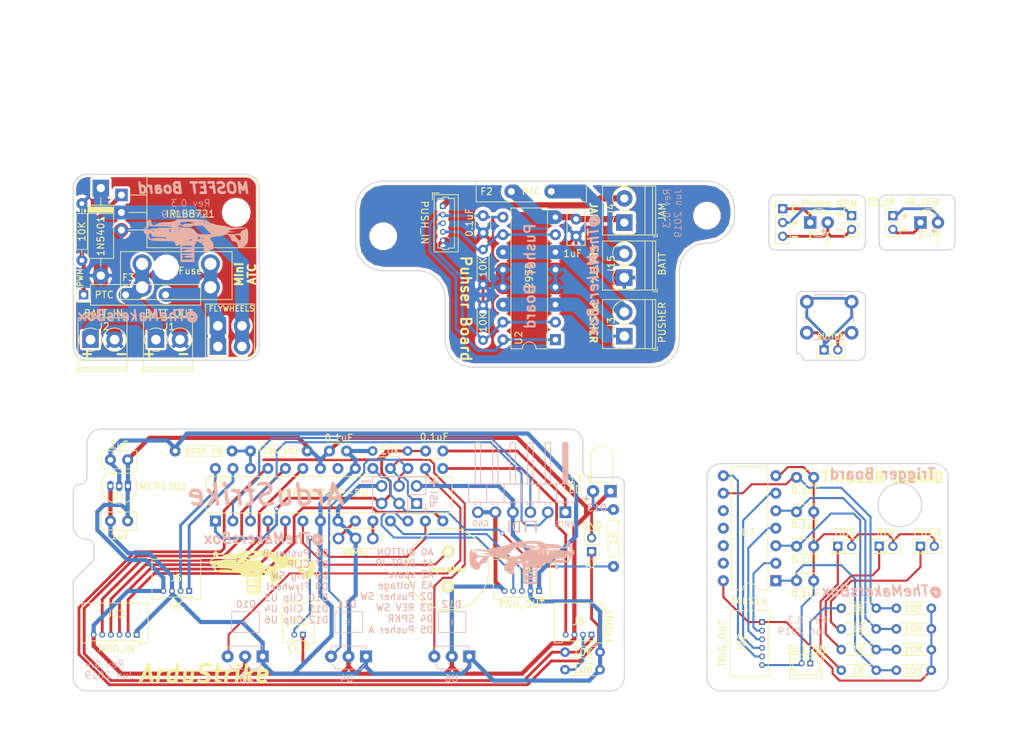
<source format=kicad_pcb>
(kicad_pcb (version 4) (host pcbnew 4.0.6)
  (title_block (date "lun. 30 mars 2015"))
  (layers (0 F.Cu signal) (31 B.Cu signal) (34 B.Paste user) (35 F.Paste user) (36 B.SilkS user) (37 F.SilkS user) (38 B.Mask user) (39 F.Mask user) (44 Edge.Cuts user))
  (net 0 "")
  (net 1 /Reset)
  (net 2 GND)
  (net 3 /A0)
  (net 4 /A1)
  (net 5 /A2)
  (net 6 /A3)
  (net 7 /AREF)
  (net 8 "/A4(SDA)")
  (net 9 "/A5(SCL)")
  (net 10 "/9(**)")
  (net 11 /8)
  (net 12 /7)
  (net 13 "/6(**)")
  (net 14 "/5(**)")
  (net 15 /4)
  (net 16 "/3(**)")
  (net 17 /2)
  (net 18 "/13(SCK)")
  (net 19 "/12(MISO)")
  (net 20 VCC)
  (net 21 "Net-(D2-Pad2)")
  (net 22 "Net-(U5-Pad9)")
  (net 23 "Net-(U5-Pad10)")
  (net 24 "/11(MOSI)")
  (net 25 "/10(SS)")
  (net 26 "Net-(D1-Pad1)")
  (net 27 "Net-(J3-Pad1)")
  (net 28 "Net-(J3-Pad2)")
  (net 29 /TRIG)
  (net 30 "/0(Rx)")
  (net 31 "/1(Tx)")
  (net 32 /Vin)
  (net 33 "Net-(C6-Pad1)")
  (net 34 "Net-(C7-Pad1)")
  (net 35 "Net-(C8-Pad1)")
  (net 36 /#RTS)
  (net 37 "Net-(C2-Pad1)")
  (net 38 "Net-(C3-Pad1)")
  (net 39 "Net-(J17-Pad3)")
  (net 40 "Net-(C10-Pad1)")
  (net 41 "Net-(J6-Pad1)")
  (net 42 "Net-(J17-Pad4)")
  (net 43 "Net-(J19-Pad1)")
  (net 44 "Net-(J20-Pad1)")
  (net 45 "Net-(J21-Pad1)")
  (net 46 /REV)
  (net 47 /PUSHER)
  (net 48 /BUTTON)
  (net 49 "Net-(J8-Pad2)")
  (net 50 "Net-(D3-Pad1)")
  (net 51 "Net-(D3-Pad2)")
  (net 52 "Net-(J27-Pad1)")
  (net 53 "Net-(J27-Pad2)")
  (net 54 /A)
  (net 55 /E)
  (net 56 /C)
  (net 57 "Net-(F1-Pad2)")
  (net 58 /BATT)
  (net 59 "Net-(F2-Pad2)")
  (module footprints:SPEAKER (layer F.Cu) (at 185.42 106.68)
    (fp_text reference LS1 hide)
    (fp_text value Speaker (at 0 0) (layer F.SilkS) (effects (font (size 0.889 0.889) (thickness 0.22225))))
    (pad 2 thru_hole circle (at 0 2.54) (size 1.778 1.778) (drill 1.016) (layers *.Cu *.Mask F.SilkS) (net 2 GND))
    (pad 1 thru_hole circle (at 0 -2.54) (size 1.778 1.778) (drill 1.016) (layers *.Cu *.Mask F.SilkS) (net 15 /4))
  )
  (module footprints:Hall_Sensor (layer B.Cu) (at 173.498 119.365 180)
    (fp_text reference U4 (at 2.81 -3.19 360) (layer B.SilkS) (effects (justify mirror)))
    (fp_text value "HALL SENSOR" hide)
    (pad 3 thru_hole circle (at 5.08 0 90) (size 1.75 1.75) (drill 0.8) (layers *.Cu *.Mask) (net 24 "/11(MOSI)"))
    (pad 2 thru_hole circle (at 2.54 0 90) (size 1.75 1.75) (drill 0.8) (layers *.Cu *.Mask) (net 2 GND))
    (pad 1 thru_hole rect (at 0 0 90) (size 1.75 1.75) (drill 0.8) (layers *.Cu *.Mask) (net 20 VCC))
  )
  (module footprints:Molex_PicoBlade_53048-0610_06x1.25mm_Angled (layer F.Cu) (at 140.208 116.205 180)
    (fp_text reference J23 (at 3 3 180) (layer F.SilkS))
    (fp_text value TRIG_IN (at 3 -2 180) (layer F.SilkS))
    (pad 1 thru_hole rect (at 0 0 180) (size 0.85 0.85) (drill 0.5) (layers *.Cu *.Mask) (net 20 VCC))
    (pad 2 thru_hole circle (at 1.25 0 180) (size 0.85 0.85) (drill 0.5) (layers *.Cu *.Mask) (net 11 /8))
    (pad 3 thru_hole circle (at 2.5 0 180) (size 0.85 0.85) (drill 0.5) (layers *.Cu *.Mask) (net 16 "/3(**)"))
    (pad 4 thru_hole circle (at 3.75 0 180) (size 0.85 0.85) (drill 0.5) (layers *.Cu *.Mask) (net 17 /2))
    (pad 5 thru_hole circle (at 5 0 180) (size 0.85 0.85) (drill 0.5) (layers *.Cu *.Mask) (net 3 /A0))
    (pad 6 thru_hole circle (at 6.25 0 180) (size 0.85 0.85) (drill 0.5) (layers *.Cu *.Mask) (net 2 GND))
  )
  (module footprints:Molex_PicoBlade_53048-0510_05x1.25mm_Angled (layer F.Cu) (at 198.628 109.855 180)
    (fp_text reference J18 (at 2 3 180) (layer F.SilkS))
    (fp_text value PSH_OUT (at 2.54 -1.905 180) (layer F.SilkS))
    (pad 1 thru_hole rect (at 0 0 180) (size 0.85 0.85) (drill 0.5) (layers *.Cu *.Mask) (net 32 /Vin))
    (pad 2 thru_hole circle (at 1.25 0 180) (size 0.85 0.85) (drill 0.5) (layers *.Cu *.Mask) (net 20 VCC))
    (pad 3 thru_hole circle (at 2.5 0 180) (size 0.85 0.85) (drill 0.5) (layers *.Cu *.Mask) (net 14 "/5(**)"))
    (pad 4 thru_hole circle (at 3.75 0 180) (size 0.85 0.85) (drill 0.5) (layers *.Cu *.Mask) (net 13 "/6(**)"))
    (pad 5 thru_hole circle (at 5 0 180) (size 0.85 0.85) (drill 0.5) (layers *.Cu *.Mask) (net 2 GND))
  )
  (module footprints:Molex_PicoBlade_53048-0410_04x1.25mm_Angled (layer F.Cu) (at 147.828 109.855 180)
    (fp_text reference J5 (at 1.905 1.905 180) (layer F.SilkS))
    (fp_text value I2C (at 1.778 -2.032 180) (layer F.SilkS))
    (pad 1 thru_hole rect (at 0 0 180) (size 0.85 0.85) (drill 0.5) (layers *.Cu *.Mask) (net 8 "/A4(SDA)"))
    (pad 2 thru_hole circle (at 1.25 0 180) (size 0.85 0.85) (drill 0.5) (layers *.Cu *.Mask) (net 9 "/A5(SCL)"))
    (pad 3 thru_hole circle (at 2.5 0 180) (size 0.85 0.85) (drill 0.5) (layers *.Cu *.Mask) (net 20 VCC))
    (pad 4 thru_hole circle (at 3.75 0 180) (size 0.85 0.85) (drill 0.5) (layers *.Cu *.Mask) (net 2 GND))
  )
  (module footprints:Pin_Header_Angled_1x06_Pitch2.54mm (layer B.Cu) (at 202.438 98.425 90)
    (fp_text reference J7 hide)
    (fp_text value FTDI)
    (pad 1 thru_hole rect (at 0 0 90) (size 1.7 1.7) (drill 1) (layers *.Cu *.Mask) (net 36 /#RTS))
    (pad 2 thru_hole oval (at 0 -2.54 90) (size 1.7 1.7) (drill 1) (layers *.Cu *.Mask) (net 31 "/1(Tx)"))
    (pad 3 thru_hole oval (at 0 -5.08 90) (size 1.7 1.7) (drill 1) (layers *.Cu *.Mask) (net 30 "/0(Rx)"))
    (pad 4 thru_hole oval (at 0 -7.62 90) (size 1.7 1.7) (drill 1) (layers *.Cu *.Mask) (net 20 VCC))
    (pad 5 thru_hole oval (at 0 -10.16 90) (size 1.7 1.7) (drill 1) (layers *.Cu *.Mask) (net 2 GND))
    (pad 6 thru_hole oval (at 0 -12.7 90) (size 1.7 1.7) (drill 1) (layers *.Cu *.Mask) (net 2 GND))
  )
  (module footprints:R__P5.08mm (layer F.Cu) (at 204.978 118.745 180)
    (fp_text reference R20 hide)
    (fp_text value 10K (at 0 0 180) (layer F.SilkS))
    (pad 1 thru_hole circle (at -2.5 0 180) (size 1.4 1.4) (drill 0.7) (layers *.Cu *.Mask) (net 20 VCC))
    (pad 2 thru_hole oval (at 2.58 0 180) (size 1.4 1.4) (drill 0.7) (layers *.Cu *.Mask) (net 4 /A1))
  )
  (module footprints:D_DO-15_P12.70mm_Horizontal (layer F.Cu) (at 134.998 51.365 270)
    (fp_text reference D1 hide)
    (fp_text value 1N5401 (at 6.985 0 270) (layer F.SilkS))
    (pad 1 thru_hole rect (at 0 0 270) (size 2.4 2.4) (drill 1.2) (layers *.Cu *.Mask) (net 26 "Net-(D1-Pad1)"))
    (pad 2 thru_hole oval (at 12.7 0 270) (size 2.4 2.4) (drill 1.2) (layers *.Cu *.Mask) (net 2 GND))
  )
  (module Fuse_Holders_and_Fuses:BladeFuse-Mini_Keystone_3568 (layer F.Cu) (at 140.998 62.365)
    (fp_text reference F3 (at -2 2) (layer F.SilkS))
    (fp_text value Fuse (at 7 1) (layer F.SilkS))
    (pad 1 thru_hole circle (at 0 0) (size 2.78 2.78) (drill 1.78) (layers *.Cu *.Mask) (net 58 /BATT))
    (pad 1 thru_hole circle (at 0 3.4) (size 2.78 2.78) (drill 1.78) (layers *.Cu *.Mask) (net 58 /BATT))
    (pad 2 thru_hole circle (at 9.92 0) (size 2.78 2.78) (drill 1.78) (layers *.Cu *.Mask) (net 57 "Net-(F1-Pad2)"))
    (pad 2 thru_hole circle (at 9.92 3.4) (size 2.78 2.78) (drill 1.78) (layers *.Cu *.Mask) (net 57 "Net-(F1-Pad2)"))
  )
  (module Wire_Pads:SolderWirePad_single_2-5mmDrill (layer F.Cu) (at 222.998 55.365)
    (fp_text reference J14 hide)
    (fp_text value NPTH)
    (pad "" np_thru_hole circle (at 0 0) (size 3 3) (drill 3) (layers *.Cu *.Mask))
  )
  (module Wire_Pads:SolderWirePad_single_2-5mmDrill (layer F.Cu) (at 175.998 58.365)
    (fp_text reference J14 hide)
    (fp_text value NPTH)
    (pad "" np_thru_hole circle (at 0 0) (size 3 3) (drill 3) (layers *.Cu *.Mask))
  )
  (module footprints:Hall_Sensor (layer B.Cu) (at 158.498 119.365 180)
    (fp_text reference U3 (at 2.415 -3.19 360) (layer B.SilkS) (effects (justify mirror)))
    (fp_text value "HALL SENSOR" hide)
    (pad 3 thru_hole circle (at 5.08 0 90) (size 1.75 1.75) (drill 0.8) (layers *.Cu *.Mask) (net 25 "/10(SS)"))
    (pad 2 thru_hole circle (at 2.54 0 90) (size 1.75 1.75) (drill 0.8) (layers *.Cu *.Mask) (net 2 GND))
    (pad 1 thru_hole rect (at 0 0 90) (size 1.75 1.75) (drill 0.8) (layers *.Cu *.Mask) (net 20 VCC))
  )
  (module footprints:RS_left (layer B.Cu) (at 196.088 104.775 180)
    (fp_text reference G*** hide)
    (fp_text value LOGO hide)
  )
  (module footprints:DIP-28_W7.62mm (layer F.Cu) (at 151.638 99.695 90)
    (fp_text reference U5 (at 5.461 0.381 180) (layer F.SilkS))
    (fp_text value ATMEGA328P-PU (at 4.064 15.875 180) (layer F.SilkS))
    (pad 1 thru_hole rect (at 0 0 90) (size 1.6 1.6) (drill 0.8) (layers *.Cu *.Mask) (net 1 /Reset))
    (pad 15 thru_hole oval (at 7.62 33.02 90) (size 1.6 1.6) (drill 0.8) (layers *.Cu *.Mask) (net 10 "/9(**)"))
    (pad 2 thru_hole oval (at 0 2.54 90) (size 1.6 1.6) (drill 0.8) (layers *.Cu *.Mask) (net 30 "/0(Rx)"))
    (pad 16 thru_hole oval (at 7.62 30.48 90) (size 1.6 1.6) (drill 0.8) (layers *.Cu *.Mask) (net 25 "/10(SS)"))
    (pad 3 thru_hole oval (at 0 5.08 90) (size 1.6 1.6) (drill 0.8) (layers *.Cu *.Mask) (net 31 "/1(Tx)"))
    (pad 17 thru_hole oval (at 7.62 27.94 90) (size 1.6 1.6) (drill 0.8) (layers *.Cu *.Mask) (net 24 "/11(MOSI)"))
    (pad 4 thru_hole oval (at 0 7.62 90) (size 1.6 1.6) (drill 0.8) (layers *.Cu *.Mask) (net 17 /2))
    (pad 18 thru_hole oval (at 7.62 25.4 90) (size 1.6 1.6) (drill 0.8) (layers *.Cu *.Mask) (net 19 "/12(MISO)"))
    (pad 5 thru_hole oval (at 0 10.16 90) (size 1.6 1.6) (drill 0.8) (layers *.Cu *.Mask) (net 16 "/3(**)"))
    (pad 19 thru_hole oval (at 7.62 22.86 90) (size 1.6 1.6) (drill 0.8) (layers *.Cu *.Mask) (net 18 "/13(SCK)"))
    (pad 6 thru_hole oval (at 0 12.7 90) (size 1.6 1.6) (drill 0.8) (layers *.Cu *.Mask) (net 15 /4))
    (pad 20 thru_hole oval (at 7.62 20.32 90) (size 1.6 1.6) (drill 0.8) (layers *.Cu *.Mask) (net 20 VCC))
    (pad 7 thru_hole oval (at 0 15.24 90) (size 1.6 1.6) (drill 0.8) (layers *.Cu *.Mask) (net 20 VCC))
    (pad 21 thru_hole oval (at 7.62 17.78 90) (size 1.6 1.6) (drill 0.8) (layers *.Cu *.Mask) (net 7 /AREF))
    (pad 8 thru_hole oval (at 0 17.78 90) (size 1.6 1.6) (drill 0.8) (layers *.Cu *.Mask) (net 2 GND))
    (pad 22 thru_hole oval (at 7.62 15.24 90) (size 1.6 1.6) (drill 0.8) (layers *.Cu *.Mask) (net 2 GND))
    (pad 9 thru_hole oval (at 0 20.32 90) (size 1.6 1.6) (drill 0.8) (layers *.Cu *.Mask) (net 22 "Net-(U5-Pad9)"))
    (pad 23 thru_hole oval (at 7.62 12.7 90) (size 1.6 1.6) (drill 0.8) (layers *.Cu *.Mask) (net 3 /A0))
    (pad 10 thru_hole oval (at 0 22.86 90) (size 1.6 1.6) (drill 0.8) (layers *.Cu *.Mask) (net 23 "Net-(U5-Pad10)"))
    (pad 24 thru_hole oval (at 7.62 10.16 90) (size 1.6 1.6) (drill 0.8) (layers *.Cu *.Mask) (net 4 /A1))
    (pad 11 thru_hole oval (at 0 25.4 90) (size 1.6 1.6) (drill 0.8) (layers *.Cu *.Mask) (net 14 "/5(**)"))
    (pad 25 thru_hole oval (at 7.62 7.62 90) (size 1.6 1.6) (drill 0.8) (layers *.Cu *.Mask) (net 5 /A2))
    (pad 12 thru_hole oval (at 0 27.94 90) (size 1.6 1.6) (drill 0.8) (layers *.Cu *.Mask) (net 13 "/6(**)"))
    (pad 26 thru_hole oval (at 7.62 5.08 90) (size 1.6 1.6) (drill 0.8) (layers *.Cu *.Mask) (net 6 /A3))
    (pad 13 thru_hole oval (at 0 30.48 90) (size 1.6 1.6) (drill 0.8) (layers *.Cu *.Mask) (net 12 /7))
    (pad 27 thru_hole oval (at 7.62 2.54 90) (size 1.6 1.6) (drill 0.8) (layers *.Cu *.Mask) (net 8 "/A4(SDA)"))
    (pad 14 thru_hole oval (at 0 33.02 90) (size 1.6 1.6) (drill 0.8) (layers *.Cu *.Mask) (net 11 /8))
    (pad 28 thru_hole oval (at 7.62 0 90) (size 1.6 1.6) (drill 0.8) (layers *.Cu *.Mask) (net 9 "/A5(SCL)"))
  )
  (module footprints:TO-220-3_Horizontal (layer F.Cu) (at 137.998 52.365 270)
    (fp_text reference Q1 hide)
    (fp_text value IRLB8721 (at 2.75 -10 540) (layer F.SilkS))
    (pad 0 np_thru_hole oval (at 2.54 -16.66 270) (size 3.5 3.5) (drill 3.5) (layers *.Cu *.Mask))
    (pad 1 thru_hole rect (at 0 0 270) (size 1.8 1.8) (drill 1) (layers *.Cu *.Mask) (net 10 "/9(**)"))
    (pad 2 thru_hole oval (at 2.54 0 270) (size 1.8 1.8) (drill 1) (layers *.Cu *.Mask) (net 26 "Net-(D1-Pad1)"))
    (pad 3 thru_hole oval (at 5.08 0 270) (size 1.8 1.8) (drill 1) (layers *.Cu *.Mask) (net 2 GND))
  )
  (module footprints:R_Axial_DIN0204_L3.6mm_D1.6mm_P7.62mm_Horizontal (layer F.Cu) (at 132.248 53.865 270)
    (fp_text reference R9)
    (fp_text value 10K (at 3.81 0 270) (layer F.SilkS))
    (pad 1 thru_hole circle (at -0.25 0 270) (size 1.6 1.6) (drill 0.7) (layers *.Cu *.Mask) (net 2 GND))
    (pad 2 thru_hole circle (at 8 0 270) (size 1.6 1.6) (drill 0.7) (layers *.Cu *.Mask) (net 10 "/9(**)"))
  )
  (module footprints:R_Axial_DIN0204_L3.6mm_D1.6mm_P7.62mm_Horizontal (layer F.Cu) (at 153.797 89.535 180)
    (fp_text reference R8)
    (fp_text value "100K 1%" (at 3.81 0 180) (layer F.SilkS) (effects (font (size 0.8 0.8))))
    (pad 1 thru_hole circle (at -0.25 0 180) (size 1.6 1.6) (drill 0.7) (layers *.Cu *.Mask) (net 6 /A3))
    (pad 2 thru_hole circle (at 8 0 180) (size 1.6 1.6) (drill 0.7) (layers *.Cu *.Mask) (net 32 /Vin))
  )
  (module footprints:R__P5.08mm (layer F.Cu) (at 252.998 115.365)
    (fp_text reference R10 hide)
    (fp_text value 10K (at 0 0) (layer F.SilkS))
    (pad 1 thru_hole circle (at -2.5 0) (size 1.4 1.4) (drill 0.7) (layers *.Cu *.Mask) (net 35 "Net-(C8-Pad1)"))
    (pad 2 thru_hole oval (at 2.58 0) (size 1.4 1.4) (drill 0.7) (layers *.Cu *.Mask) (net 20 VCC))
  )
  (module footprints:R__P5.08mm (layer F.Cu) (at 190.498 70.865 270)
    (fp_text reference R1 hide)
    (fp_text value 10K (at 0 0 270) (layer F.SilkS))
    (pad 1 thru_hole circle (at -2.5 0 270) (size 1.4 1.4) (drill 0.7) (layers *.Cu *.Mask) (net 2 GND))
    (pad 2 thru_hole oval (at 2.58 0 270) (size 1.4 1.4) (drill 0.7) (layers *.Cu *.Mask) (net 39 "Net-(J17-Pad3)"))
  )
  (module footprints:R__P5.08mm (layer F.Cu) (at 190.498 62.865 90)
    (fp_text reference R3 hide)
    (fp_text value 10K (at 0 0 90) (layer F.SilkS))
    (pad 1 thru_hole circle (at -2.5 0 90) (size 1.4 1.4) (drill 0.7) (layers *.Cu *.Mask) (net 2 GND))
    (pad 2 thru_hole oval (at 2.58 0 90) (size 1.4 1.4) (drill 0.7) (layers *.Cu *.Mask) (net 42 "Net-(J17-Pad4)"))
  )
  (module footprints:R__P5.08mm (layer F.Cu) (at 252.998 121.365)
    (fp_text reference R4 hide)
    (fp_text value 10K (at 0 0) (layer F.SilkS))
    (pad 1 thru_hole circle (at -2.5 0) (size 1.4 1.4) (drill 0.7) (layers *.Cu *.Mask) (net 33 "Net-(C6-Pad1)"))
    (pad 2 thru_hole oval (at 2.58 0) (size 1.4 1.4) (drill 0.7) (layers *.Cu *.Mask) (net 20 VCC))
  )
  (module footprints:R__P5.08mm (layer F.Cu) (at 252.998 118.365)
    (fp_text reference R6 hide)
    (fp_text value 10K (at 0 0) (layer F.SilkS))
    (pad 1 thru_hole circle (at -2.5 0) (size 1.4 1.4) (drill 0.7) (layers *.Cu *.Mask) (net 34 "Net-(C7-Pad1)"))
    (pad 2 thru_hole oval (at 2.58 0) (size 1.4 1.4) (drill 0.7) (layers *.Cu *.Mask) (net 20 VCC))
  )
  (module footprints:Resonator-3pin_w7.0mm_h2.5mm (layer F.Cu) (at 174.498 102.235 180)
    (fp_text reference Y1 hide)
    (fp_text value 16Mhz (at 2.54 -2.032 180) (layer F.SilkS) (effects (font (size 0.8 0.8))))
    (pad 1 thru_hole circle (at 0 0 180) (size 1.7 1.7) (drill 1) (layers *.Cu *.Mask) (net 23 "Net-(U5-Pad10)"))
    (pad 2 thru_hole circle (at 2.5 0 180) (size 1.7 1.7) (drill 1) (layers *.Cu *.Mask) (net 2 GND))
    (pad 3 thru_hole circle (at 5 0 180) (size 1.7 1.7) (drill 1) (layers *.Cu *.Mask) (net 22 "Net-(U5-Pad9)"))
  )
  (module footprints:R__P5.08mm (layer F.Cu) (at 244.998 115.365)
    (fp_text reference R11 hide)
    (fp_text value 1K (at 0 0) (layer F.SilkS))
    (pad 1 thru_hole circle (at -2.5 0) (size 1.4 1.4) (drill 0.7) (layers *.Cu *.Mask) (net 44 "Net-(J20-Pad1)"))
    (pad 2 thru_hole oval (at 2.58 0) (size 1.4 1.4) (drill 0.7) (layers *.Cu *.Mask) (net 35 "Net-(C8-Pad1)"))
  )
  (module footprints:R__P5.08mm (layer F.Cu) (at 244.998 118.365)
    (fp_text reference R7 hide)
    (fp_text value 1K (at 0 0) (layer F.SilkS))
    (pad 1 thru_hole circle (at -2.5 0) (size 1.4 1.4) (drill 0.7) (layers *.Cu *.Mask) (net 41 "Net-(J6-Pad1)"))
    (pad 2 thru_hole oval (at 2.58 0) (size 1.4 1.4) (drill 0.7) (layers *.Cu *.Mask) (net 34 "Net-(C7-Pad1)"))
  )
  (module footprints:R__P5.08mm (layer F.Cu) (at 244.998 121.365)
    (fp_text reference R5 hide)
    (fp_text value 1K (at 0 0) (layer F.SilkS))
    (pad 1 thru_hole circle (at -2.5 0) (size 1.4 1.4) (drill 0.7) (layers *.Cu *.Mask) (net 43 "Net-(J19-Pad1)"))
    (pad 2 thru_hole oval (at 2.58 0) (size 1.4 1.4) (drill 0.7) (layers *.Cu *.Mask) (net 33 "Net-(C6-Pad1)"))
  )
  (module footprints:C_Disc_D5.0mm_W2.5mm_P2.50mm (layer F.Cu) (at 136.398 90.805)
    (fp_text reference C1 hide)
    (fp_text value 1uF (at 1.27 -2.159 180) (layer F.SilkS))
    (pad 1 thru_hole circle (at 0 0) (size 1.6 1.6) (drill 0.8) (layers *.Cu *.Mask) (net 32 /Vin))
    (pad 2 thru_hole circle (at 2.5 0) (size 1.6 1.6) (drill 0.8) (layers *.Cu *.Mask) (net 2 GND))
  )
  (module footprints:C_Disc_D5.0mm_W2.5mm_P2.50mm (layer F.Cu) (at 203.998 55.865 270)
    (fp_text reference C2 hide)
    (fp_text value 1uF (at 5 0.5 360) (layer F.SilkS))
    (pad 1 thru_hole circle (at 0 0 270) (size 1.6 1.6) (drill 0.8) (layers *.Cu *.Mask) (net 37 "Net-(C2-Pad1)"))
    (pad 2 thru_hole circle (at 2.5 0 270) (size 1.6 1.6) (drill 0.8) (layers *.Cu *.Mask) (net 2 GND))
  )
  (module footprints:C_Disc_D3.4mm_W2.1mm_P2.50mm (layer F.Cu) (at 190.498 55.365 270)
    (fp_text reference C3 hide)
    (fp_text value 0.1uF (at 1 2 270) (layer F.SilkS))
    (pad 1 thru_hole circle (at 0 0 270) (size 1.6 1.6) (drill 0.8) (layers *.Cu *.Mask) (net 38 "Net-(C3-Pad1)"))
    (pad 2 thru_hole circle (at 2.5 0 270) (size 1.6 1.6) (drill 0.8) (layers *.Cu *.Mask) (net 2 GND))
  )
  (module footprints:C_Disc_D5.0mm_W2.5mm_P2.50mm (layer F.Cu) (at 136.398 99.695)
    (fp_text reference C4 hide)
    (fp_text value 1uF (at 1.397 2.159) (layer F.SilkS))
    (pad 1 thru_hole circle (at 0 0) (size 1.6 1.6) (drill 0.8) (layers *.Cu *.Mask) (net 20 VCC))
    (pad 2 thru_hole circle (at 2.5 0) (size 1.6 1.6) (drill 0.8) (layers *.Cu *.Mask) (net 2 GND))
  )
  (module footprints:C_Disc_D3.4mm_W2.1mm_P2.50mm (layer F.Cu) (at 235.998 108.365)
    (fp_text reference C6 hide)
    (fp_text value 0.1uF (at 1.27 1.905) (layer F.SilkS))
    (pad 1 thru_hole circle (at 0 0) (size 1.6 1.6) (drill 0.8) (layers *.Cu *.Mask) (net 33 "Net-(C6-Pad1)"))
    (pad 2 thru_hole circle (at 2.5 0) (size 1.6 1.6) (drill 0.8) (layers *.Cu *.Mask) (net 2 GND))
  )
  (module footprints:C_Disc_D3.4mm_W2.1mm_P2.50mm (layer F.Cu) (at 235.998 103.365)
    (fp_text reference C7 hide)
    (fp_text value 0.1uF (at 1.27 1.905) (layer F.SilkS))
    (pad 1 thru_hole circle (at 0 0) (size 1.6 1.6) (drill 0.8) (layers *.Cu *.Mask) (net 34 "Net-(C7-Pad1)"))
    (pad 2 thru_hole circle (at 2.5 0) (size 1.6 1.6) (drill 0.8) (layers *.Cu *.Mask) (net 2 GND))
  )
  (module footprints:C_Disc_D3.4mm_W2.1mm_P2.50mm (layer F.Cu) (at 235.998 98.365)
    (fp_text reference C8 hide)
    (fp_text value 0.1uF (at 1.27 1.905) (layer F.SilkS))
    (pad 1 thru_hole circle (at 0 0) (size 1.6 1.6) (drill 0.8) (layers *.Cu *.Mask) (net 35 "Net-(C8-Pad1)"))
    (pad 2 thru_hole circle (at 2.5 0) (size 1.6 1.6) (drill 0.8) (layers *.Cu *.Mask) (net 2 GND))
  )
  (module footprints:LED_D3.0mm_Horizontal_O1.27mm_Z10.0mm (layer F.Cu) (at 208.998 95.365 180)
    (fp_text reference D2 hide)
    (fp_text value D13 (at 5.544 1.766 180) (layer F.SilkS))
    (pad 1 thru_hole rect (at 0 0 180) (size 1.8 1.8) (drill 0.9) (layers *.Cu *.Mask) (net 2 GND))
    (pad 2 thru_hole circle (at 2.54 0 180) (size 1.8 1.8) (drill 0.9) (layers *.Cu *.Mask) (net 21 "Net-(D2-Pad2)"))
  )
  (module footprints:Molex_PicoBlade_53048-0210_02x1.25mm_Angled (layer F.Cu) (at 164.338 116.205 180)
    (fp_text reference J12 (at 0.635 1.905 180) (layer F.SilkS))
    (fp_text value CLIP (at 0.635 -2.032 180) (layer F.SilkS))
    (pad 1 thru_hole rect (at 0 0 180) (size 0.85 0.85) (drill 0.5) (layers *.Cu *.Mask) (net 2 GND))
    (pad 2 thru_hole circle (at 1.25 0 180) (size 0.85 0.85) (drill 0.5) (layers *.Cu *.Mask) (net 12 /7))
  )
  (module Wire_Pads:SolderWirePad_single_2-5mmDrill (layer F.Cu) (at 195.998 114.365)
    (fp_text reference J13 hide)
    (fp_text value BUTTON)
    (pad "" np_thru_hole circle (at 0 0) (size 3 3) (drill 3) (layers *.Cu *.Mask))
  )
  (module Wire_Pads:SolderWirePad_single_2-5mmDrill (layer F.Cu) (at 145.998 114.619)
    (fp_text reference J14 hide)
    (fp_text value NPTH)
    (pad "" np_thru_hole circle (at 0 0) (size 3 3) (drill 3) (layers *.Cu *.Mask))
  )
  (module footprints:TO-92_Inline_Narrow_Oval (layer F.Cu) (at 138.938 94.615 180)
    (fp_text reference U1 (at 1.32 -1.41 180) (layer F.SilkS))
    (fp_text value MCP1702 (at -5.08 -0.127 360) (layer F.SilkS))
    (pad 2 thru_hole oval (at 1.27 0) (size 0.9 1.5) (drill 0.6) (layers *.Cu *.Mask) (net 32 /Vin))
    (pad 3 thru_hole oval (at 2.54 0) (size 0.9 1.5) (drill 0.6) (layers *.Cu *.Mask) (net 20 VCC))
    (pad 1 thru_hole rect (at 0 0) (size 0.9 1.5) (drill 0.6) (layers *.Cu *.Mask) (net 2 GND))
  )
  (module footprints:DIP-16_W7.62mm (layer F.Cu) (at 200.998 73.365 180)
    (fp_text reference U2 (at 5.334 0.254 270) (layer F.SilkS))
    (fp_text value L293D (at 3.81 8.89 270) (layer F.SilkS))
    (pad 1 thru_hole rect (at 0 0 180) (size 1.6 1.6) (drill 0.8) (layers *.Cu *.Mask) (net 38 "Net-(C3-Pad1)"))
    (pad 9 thru_hole oval (at 7.62 17.78 180) (size 1.6 1.6) (drill 0.8) (layers *.Cu *.Mask) (net 38 "Net-(C3-Pad1)"))
    (pad 2 thru_hole oval (at 0 2.54 180) (size 1.6 1.6) (drill 0.8) (layers *.Cu *.Mask) (net 39 "Net-(J17-Pad3)"))
    (pad 10 thru_hole oval (at 7.62 15.24 180) (size 1.6 1.6) (drill 0.8) (layers *.Cu *.Mask) (net 42 "Net-(J17-Pad4)"))
    (pad 3 thru_hole oval (at 0 5.08 180) (size 1.6 1.6) (drill 0.8) (layers *.Cu *.Mask) (net 27 "Net-(J3-Pad1)"))
    (pad 11 thru_hole oval (at 7.62 12.7 180) (size 1.6 1.6) (drill 0.8) (layers *.Cu *.Mask) (net 28 "Net-(J3-Pad2)"))
    (pad 4 thru_hole oval (at 0 7.62 180) (size 1.6 1.6) (drill 0.8) (layers *.Cu *.Mask) (net 2 GND))
    (pad 12 thru_hole oval (at 7.62 10.16 180) (size 1.6 1.6) (drill 0.8) (layers *.Cu *.Mask) (net 2 GND))
    (pad 5 thru_hole oval (at 0 10.16 180) (size 1.6 1.6) (drill 0.8) (layers *.Cu *.Mask) (net 2 GND))
    (pad 13 thru_hole oval (at 7.62 7.62 180) (size 1.6 1.6) (drill 0.8) (layers *.Cu *.Mask) (net 2 GND))
    (pad 6 thru_hole oval (at 0 12.7 180) (size 1.6 1.6) (drill 0.8) (layers *.Cu *.Mask) (net 28 "Net-(J3-Pad2)"))
    (pad 14 thru_hole oval (at 7.62 5.08 180) (size 1.6 1.6) (drill 0.8) (layers *.Cu *.Mask) (net 27 "Net-(J3-Pad1)"))
    (pad 7 thru_hole oval (at 0 15.24 180) (size 1.6 1.6) (drill 0.8) (layers *.Cu *.Mask) (net 42 "Net-(J17-Pad4)"))
    (pad 15 thru_hole oval (at 7.62 2.54 180) (size 1.6 1.6) (drill 0.8) (layers *.Cu *.Mask) (net 39 "Net-(J17-Pad3)"))
    (pad 8 thru_hole oval (at 0 17.78 180) (size 1.6 1.6) (drill 0.8) (layers *.Cu *.Mask) (net 37 "Net-(C2-Pad1)"))
    (pad 16 thru_hole oval (at 7.62 0 180) (size 1.6 1.6) (drill 0.8) (layers *.Cu *.Mask) (net 38 "Net-(C3-Pad1)"))
  )
  (module footprints:C_Disc_D3.4mm_W2.1mm_P2.50mm (layer F.Cu) (at 170.688 89.535 180)
    (fp_text reference C5 hide)
    (fp_text value 0.1uF (at 1.143 1.905 180) (layer F.SilkS))
    (pad 1 thru_hole circle (at 0 0 180) (size 1.6 1.6) (drill 0.8) (layers *.Cu *.Mask) (net 20 VCC))
    (pad 2 thru_hole circle (at 2.5 0 180) (size 1.6 1.6) (drill 0.8) (layers *.Cu *.Mask) (net 2 GND))
  )
  (module footprints:TerminalBlock_Phoenix_PT-1,5-2-3.5-H_1x02_P3.50mm_Horizontal (layer F.Cu) (at 210.998 56.365 90)
    (fp_text reference J4 (at 1.905 -1.905 90) (layer F.SilkS))
    (fp_text value JAM (at 1.5 5.5 90) (layer F.SilkS))
    (pad 1 thru_hole rect (at 0 0 90) (size 2.4 2.4) (drill 1.2) (layers *.Cu *.Mask) (net 37 "Net-(C2-Pad1)"))
    (pad 2 thru_hole circle (at 3.5 0 90) (size 2.4 2.4) (drill 1.2) (layers *.Cu *.Mask) (net 32 /Vin))
  )
  (module footprints:R_Axial_DIN0204_L3.6mm_D1.6mm_P7.62mm_Horizontal (layer F.Cu) (at 156.972 89.535)
    (fp_text reference R12)
    (fp_text value "10K 1%" (at 3.81 0) (layer F.SilkS) (effects (font (size 0.8 0.8))))
    (pad 1 thru_hole circle (at -0.25 0) (size 1.6 1.6) (drill 0.7) (layers *.Cu *.Mask) (net 6 /A3))
    (pad 2 thru_hole circle (at 8 0) (size 1.6 1.6) (drill 0.7) (layers *.Cu *.Mask) (net 2 GND))
  )
  (module footprints:R_Axial_DIN0204_L3.6mm_D1.6mm_P7.62mm_Horizontal (layer F.Cu) (at 209.423 106.045 90)
    (fp_text reference R2)
    (fp_text value 1K (at 3.81 0 90) (layer F.SilkS))
    (pad 1 thru_hole circle (at -0.25 0 90) (size 1.6 1.6) (drill 0.7) (layers *.Cu *.Mask) (net 18 "/13(SCK)"))
    (pad 2 thru_hole circle (at 8 0 90) (size 1.6 1.6) (drill 0.7) (layers *.Cu *.Mask) (net 21 "Net-(D2-Pad2)"))
  )
  (module footprints:RS_left (layer F.Cu) (at 158.496 106.172)
    (fp_text reference G*** hide)
    (fp_text value LOGO hide)
  )
  (module footprints:RS_right (layer B.Cu) (at 148.844 58.039 180)
    (fp_text reference G*** hide)
    (fp_text value LOGO hide)
  )
  (module footprints:C_Disc_D3.4mm_W2.1mm_P2.50mm (layer F.Cu) (at 184.658 89.535 180)
    (fp_text reference C9 hide)
    (fp_text value 0.1uF (at 1.27 2.032 180) (layer F.SilkS))
    (pad 1 thru_hole circle (at 0 0 180) (size 1.6 1.6) (drill 0.8) (layers *.Cu *.Mask) (net 36 /#RTS))
    (pad 2 thru_hole circle (at 2.5 0 180) (size 1.6 1.6) (drill 0.8) (layers *.Cu *.Mask) (net 1 /Reset))
  )
  (module footprints:R__P5.08mm (layer F.Cu) (at 177.038 89.535 180)
    (fp_text reference R17 hide)
    (fp_text value 10K (at 0 0 180) (layer F.SilkS))
    (pad 1 thru_hole circle (at -2.5 0 180) (size 1.4 1.4) (drill 0.7) (layers *.Cu *.Mask) (net 1 /Reset))
    (pad 2 thru_hole oval (at 2.58 0 180) (size 1.4 1.4) (drill 0.7) (layers *.Cu *.Mask) (net 20 VCC))
  )
  (module footprints:C_Disc_D3.4mm_W2.1mm_P2.50mm (layer F.Cu) (at 235.998 93.365)
    (fp_text reference C10 hide)
    (fp_text value 0.1uF (at 1.27 1.905) (layer F.SilkS))
    (pad 1 thru_hole circle (at 0 0) (size 1.6 1.6) (drill 0.8) (layers *.Cu *.Mask) (net 40 "Net-(C10-Pad1)"))
    (pad 2 thru_hole circle (at 2.5 0) (size 1.6 1.6) (drill 0.8) (layers *.Cu *.Mask) (net 2 GND))
  )
  (module footprints:R__P5.08mm (layer F.Cu) (at 244.998 112.365)
    (fp_text reference R18 hide)
    (fp_text value 1K (at 0 0) (layer F.SilkS))
    (pad 1 thru_hole circle (at -2.5 0) (size 1.4 1.4) (drill 0.7) (layers *.Cu *.Mask) (net 45 "Net-(J21-Pad1)"))
    (pad 2 thru_hole oval (at 2.58 0) (size 1.4 1.4) (drill 0.7) (layers *.Cu *.Mask) (net 40 "Net-(C10-Pad1)"))
  )
  (module footprints:R__P5.08mm (layer F.Cu) (at 252.998 112.365)
    (fp_text reference R19 hide)
    (fp_text value 10K (at 0 0) (layer F.SilkS))
    (pad 1 thru_hole circle (at -2.5 0) (size 1.4 1.4) (drill 0.7) (layers *.Cu *.Mask) (net 40 "Net-(C10-Pad1)"))
    (pad 2 thru_hole oval (at 2.58 0) (size 1.4 1.4) (drill 0.7) (layers *.Cu *.Mask) (net 20 VCC))
  )
  (module footprints:DIP-14_W7.62mm (layer F.Cu) (at 232.998 108.365 180)
    (fp_text reference U7 (at 4 7 180) (layer F.SilkS))
    (fp_text value 74LS14 (at 4 -3 180) (layer F.SilkS))
    (pad 1 thru_hole rect (at 0 0 180) (size 1.6 1.6) (drill 0.8) (layers *.Cu *.Mask) (net 33 "Net-(C6-Pad1)"))
    (pad 8 thru_hole oval (at 7.62 15.24 180) (size 1.6 1.6) (drill 0.8) (layers *.Cu *.Mask) (net 48 /BUTTON))
    (pad 2 thru_hole oval (at 0 2.54 180) (size 1.6 1.6) (drill 0.8) (layers *.Cu *.Mask) (net 29 /TRIG))
    (pad 9 thru_hole oval (at 7.62 12.7 180) (size 1.6 1.6) (drill 0.8) (layers *.Cu *.Mask) (net 40 "Net-(C10-Pad1)"))
    (pad 3 thru_hole oval (at 0 5.08 180) (size 1.6 1.6) (drill 0.8) (layers *.Cu *.Mask) (net 34 "Net-(C7-Pad1)"))
    (pad 10 thru_hole oval (at 7.62 10.16 180) (size 1.6 1.6) (drill 0.8) (layers *.Cu *.Mask))
    (pad 4 thru_hole oval (at 0 7.62 180) (size 1.6 1.6) (drill 0.8) (layers *.Cu *.Mask) (net 46 /REV))
    (pad 11 thru_hole oval (at 7.62 7.62 180) (size 1.6 1.6) (drill 0.8) (layers *.Cu *.Mask))
    (pad 5 thru_hole oval (at 0 10.16 180) (size 1.6 1.6) (drill 0.8) (layers *.Cu *.Mask) (net 35 "Net-(C8-Pad1)"))
    (pad 12 thru_hole oval (at 7.62 5.08 180) (size 1.6 1.6) (drill 0.8) (layers *.Cu *.Mask))
    (pad 6 thru_hole oval (at 0 12.7 180) (size 1.6 1.6) (drill 0.8) (layers *.Cu *.Mask) (net 47 /PUSHER))
    (pad 13 thru_hole oval (at 7.62 2.54 180) (size 1.6 1.6) (drill 0.8) (layers *.Cu *.Mask))
    (pad 7 thru_hole oval (at 0 15.24 180) (size 1.6 1.6) (drill 0.8) (layers *.Cu *.Mask) (net 2 GND))
    (pad 14 thru_hole oval (at 7.62 0 180) (size 1.6 1.6) (drill 0.8) (layers *.Cu *.Mask) (net 20 VCC))
  )
  (module footprints:Hall_Sensor (layer B.Cu) (at 188.498 119.365 180)
    (fp_text reference U6 (at 2.57 -3.19 360) (layer B.SilkS) (effects (justify mirror)))
    (fp_text value "HALL SENSOR" hide)
    (pad 3 thru_hole circle (at 5.08 0 90) (size 1.75 1.75) (drill 0.8) (layers *.Cu *.Mask) (net 19 "/12(MISO)"))
    (pad 2 thru_hole circle (at 2.54 0 90) (size 1.75 1.75) (drill 0.8) (layers *.Cu *.Mask) (net 2 GND))
    (pad 1 thru_hole rect (at 0 0 90) (size 1.75 1.75) (drill 0.8) (layers *.Cu *.Mask) (net 20 VCC))
  )
  (module footprints:R__P5.08mm (layer F.Cu) (at 204.978 121.285 180)
    (fp_text reference R21 hide)
    (fp_text value 100 (at 0 0 180) (layer F.SilkS))
    (pad 1 thru_hole circle (at -2.5 0 180) (size 1.4 1.4) (drill 0.7) (layers *.Cu *.Mask) (net 20 VCC))
    (pad 2 thru_hole oval (at 2.58 0 180) (size 1.4 1.4) (drill 0.7) (layers *.Cu *.Mask) (net 49 "Net-(J8-Pad2)"))
  )
  (module footprints:LED_D3.0mm (layer F.Cu) (at 253.998 56.365)
    (fp_text reference D3)
    (fp_text value LED hide)
    (fp_text user + (at 1.905 1.143) (layer B.SilkS) (effects (justify mirror)))
    (fp_text user + (at 1.905 1.143) (layer F.SilkS))
    (pad 1 thru_hole rect (at 0 0) (size 1.8 1.8) (drill 0.9) (layers *.Cu *.Mask) (net 50 "Net-(D3-Pad1)"))
    (pad 2 thru_hole circle (at 2.54 0) (size 1.8 1.8) (drill 0.9) (layers *.Cu *.Mask) (net 51 "Net-(D3-Pad2)"))
  )
  (module footprints:LED_D3.0mm (layer F.Cu) (at 237.998 56.365)
    (fp_text reference Q2)
    (fp_text value Photo_NPN (at 2.75 -2.75) (layer F.SilkS))
    (fp_text user + (at 1.905 1.143) (layer B.SilkS) (effects (justify mirror)))
    (fp_text user + (at 1.905 1.143) (layer F.SilkS))
    (pad 1 thru_hole rect (at 0 0) (size 1.8 1.8) (drill 0.9) (layers *.Cu *.Mask) (net 56 /C))
    (pad 2 thru_hole circle (at 2.54 0) (size 1.8 1.8) (drill 0.9) (layers *.Cu *.Mask) (net 55 /E))
  )
  (module footprints:SW_PUSH_6mm (layer B.Cu) (at 237.498 72.365)
    (fp_text reference SW2 hide)
    (fp_text value SW_Push)
    (pad 2 thru_hole circle (at 0 -4.5 270) (size 2 2) (drill 1.1) (layers *.Cu *.Mask) (net 52 "Net-(J27-Pad1)"))
    (pad 1 thru_hole circle (at 0 0 270) (size 2 2) (drill 1.1) (layers *.Cu *.Mask) (net 53 "Net-(J27-Pad2)"))
    (pad 2 thru_hole circle (at 6.5 -4.5 270) (size 2 2) (drill 1.1) (layers *.Cu *.Mask) (net 52 "Net-(J27-Pad1)"))
    (pad 1 thru_hole circle (at 6.5 0 270) (size 2 2) (drill 1.1) (layers *.Cu *.Mask) (net 53 "Net-(J27-Pad2)"))
  )
  (module footprints:TerminalBlock_Phoenix_PT-1,5-2-3.5-H_1x02_P3.50mm_Horizontal (layer F.Cu) (at 142.998 73.365)
    (fp_text reference J1 (at 1.905 -1.905) (layer F.SilkS))
    (fp_text value BATT_OUT (at 1.905 -3.81 180) (layer F.SilkS))
    (pad 1 thru_hole rect (at 0 0) (size 2.4 2.4) (drill 1.4) (layers *.Cu *.Mask) (net 58 /BATT))
    (pad 2 thru_hole circle (at 3.5 0) (size 2.4 2.4) (drill 1.4) (layers *.Cu *.Mask) (net 2 GND))
  )
  (module footprints:TerminalBlock_Phoenix_PT-1,5-2-3.5-H_1x02_P3.50mm_Horizontal (layer F.Cu) (at 133.498 73.365)
    (fp_text reference J2 (at 1.905 -1.905) (layer F.SilkS))
    (fp_text value BATT_IN (at 1.905 -3.81 180) (layer F.SilkS))
    (pad 1 thru_hole rect (at 0 0) (size 2.4 2.4) (drill 1.4) (layers *.Cu *.Mask) (net 58 /BATT))
    (pad 2 thru_hole circle (at 3.5 0) (size 2.4 2.4) (drill 1.4) (layers *.Cu *.Mask) (net 2 GND))
  )
  (module footprints:Flywheel_dual_terminals (layer F.Cu) (at 151.998 71.365)
    (fp_text reference J9 hide)
    (fp_text value FLYWHEELS (at 2 -2.5) (layer F.SilkS) (effects (font (size 0.8 0.8))))
    (pad 2 thru_hole circle (at 3.5 3) (size 2.4 2.4) (drill 1.4) (layers *.Cu *.Mask) (net 26 "Net-(D1-Pad1)"))
    (pad 1 thru_hole rect (at 0 3) (size 2.4 2.4) (drill 1.4) (layers *.Cu *.Mask) (net 57 "Net-(F1-Pad2)"))
    (pad 1 thru_hole rect (at 0 0) (size 2.4 2.4) (drill 1.4) (layers *.Cu *.Mask) (net 57 "Net-(F1-Pad2)"))
    (pad 2 thru_hole circle (at 3.5 0) (size 2.4 2.4) (drill 1.4) (layers *.Cu *.Mask) (net 26 "Net-(D1-Pad1)"))
  )
  (module footprints:Fuse_Littelfuse-LVR125 (layer F.Cu) (at 141.498 66.865)
    (fp_text reference F1 hide)
    (fp_text value PTC (at -6 0) (layer F.SilkS))
    (pad 1 thru_hole circle (at -2.9 0) (size 2 2) (drill 1) (layers *.Cu *.Mask) (net 58 /BATT))
    (pad 2 thru_hole circle (at 2.9 0) (size 2 2) (drill 1) (layers *.Cu *.Mask) (net 57 "Net-(F1-Pad2)"))
  )
  (module footprints:Pin_Header_Straight_2x01_Pitch2.00mm (layer F.Cu) (at 247.998 103.365)
    (fp_text reference J6 hide)
    (fp_text value REV (at 1 -2) (layer F.SilkS))
    (pad 1 thru_hole rect (at 0 0) (size 1.35 1.35) (drill 0.8) (layers *.Cu *.Mask) (net 41 "Net-(J6-Pad1)"))
    (pad 2 thru_hole oval (at 2 0) (size 1.35 1.35) (drill 0.8) (layers *.Cu *.Mask) (net 2 GND))
  )
  (module footprints:Pin_Header_Straight_1x01_Pitch2.00mm (layer F.Cu) (at 132.498 66.865)
    (fp_text reference J10 hide)
    (fp_text value PWM (at -0.5 -2.5 270) (layer F.SilkS) (effects (font (size 0.8 0.8))))
    (pad 1 thru_hole rect (at 0 0) (size 1.35 1.35) (drill 0.8) (layers *.Cu *.Mask) (net 10 "/9(**)"))
  )
  (module footprints:SolderWirePad_single_2-5mmDrill (layer F.Cu) (at 240.748 70.115)
    (fp_text reference J14 hide)
    (fp_text value NPTH)
    (pad "" np_thru_hole circle (at 0 0) (size 3 3) (drill 3) (layers *.Cu *.Mask))
  )
  (module footprints:Molex_PicoBlade_53047-0510_05x1.25mm_Straight (layer F.Cu) (at 184.658 53.975 270)
    (fp_text reference J17 hide)
    (fp_text value PSH_IN hide)
    (pad 1 thru_hole rect (at 0 0 270) (size 0.85 0.85) (drill 0.5) (layers *.Cu *.Mask) (net 32 /Vin))
    (pad 2 thru_hole circle (at 1.25 0 270) (size 0.85 0.85) (drill 0.5) (layers *.Cu *.Mask) (net 38 "Net-(C3-Pad1)"))
    (pad 3 thru_hole circle (at 2.5 0 270) (size 0.85 0.85) (drill 0.5) (layers *.Cu *.Mask) (net 39 "Net-(J17-Pad3)"))
    (pad 4 thru_hole circle (at 3.75 0 270) (size 0.85 0.85) (drill 0.5) (layers *.Cu *.Mask) (net 42 "Net-(J17-Pad4)"))
    (pad 5 thru_hole circle (at 5 0 270) (size 0.85 0.85) (drill 0.5) (layers *.Cu *.Mask) (net 2 GND))
  )
  (module footprints:Pin_Header_Straight_2x01_Pitch2.00mm (layer F.Cu) (at 241.998 103.365)
    (fp_text reference J19 hide)
    (fp_text value TRIG (at 1 -2) (layer F.SilkS))
    (pad 1 thru_hole rect (at 0 0) (size 1.35 1.35) (drill 0.8) (layers *.Cu *.Mask) (net 43 "Net-(J19-Pad1)"))
    (pad 2 thru_hole oval (at 2 0) (size 1.35 1.35) (drill 0.8) (layers *.Cu *.Mask) (net 2 GND))
  )
  (module footprints:Pin_Header_Straight_2x01_Pitch2.00mm (layer F.Cu) (at 253.998 103.365)
    (fp_text reference J20 hide)
    (fp_text value PUSH (at 1 -2) (layer F.SilkS))
    (pad 1 thru_hole rect (at 0 0) (size 1.35 1.35) (drill 0.8) (layers *.Cu *.Mask) (net 44 "Net-(J20-Pad1)"))
    (pad 2 thru_hole oval (at 2 0) (size 1.35 1.35) (drill 0.8) (layers *.Cu *.Mask) (net 2 GND))
  )
  (module footprints:Molex_PicoBlade_53048-0610_06x1.25mm_Angled (layer F.Cu) (at 230.998 114.365 270)
    (fp_text reference J22 (at 3 3 270) (layer F.SilkS))
    (fp_text value TRIG_OUT (at 3.125 5.75 270) (layer F.SilkS))
    (pad 1 thru_hole rect (at 0 0 270) (size 0.85 0.85) (drill 0.5) (layers *.Cu *.Mask) (net 20 VCC))
    (pad 2 thru_hole circle (at 1.25 0 270) (size 0.85 0.85) (drill 0.5) (layers *.Cu *.Mask) (net 29 /TRIG))
    (pad 3 thru_hole circle (at 2.5 0 270) (size 0.85 0.85) (drill 0.5) (layers *.Cu *.Mask) (net 46 /REV))
    (pad 4 thru_hole circle (at 3.75 0 270) (size 0.85 0.85) (drill 0.5) (layers *.Cu *.Mask) (net 47 /PUSHER))
    (pad 5 thru_hole circle (at 5 0 270) (size 0.85 0.85) (drill 0.5) (layers *.Cu *.Mask) (net 48 /BUTTON))
    (pad 6 thru_hole circle (at 6.25 0 270) (size 0.85 0.85) (drill 0.5) (layers *.Cu *.Mask) (net 2 GND))
  )
  (module footprints:Pin_Header_Straight_1x02_Pitch2.00mm (layer F.Cu) (at 243.998 55.365)
    (fp_text reference J24 hide)
    (fp_text value TO_IR (at 4.25 -2) (layer F.SilkS))
    (pad 1 thru_hole rect (at 0 0) (size 1.35 1.35) (drill 0.8) (layers *.Cu *.Mask) (net 54 /A))
    (pad 2 thru_hole oval (at 0 2) (size 1.35 1.35) (drill 0.8) (layers *.Cu *.Mask) (net 55 /E))
  )
  (module footprints:Pin_Header_Straight_1x03_Pitch2.00mm (layer F.Cu) (at 233.998 54.365)
    (fp_text reference J25 hide)
    (fp_text value PHOTO)
    (pad 1 thru_hole rect (at 0 0) (size 1.35 1.35) (drill 0.8) (layers *.Cu *.Mask) (net 56 /C))
    (pad 2 thru_hole oval (at 0 2) (size 1.35 1.35) (drill 0.8) (layers *.Cu *.Mask) (net 54 /A))
    (pad 3 thru_hole oval (at 0 4) (size 1.35 1.35) (drill 0.8) (layers *.Cu *.Mask) (net 55 /E))
  )
  (module footprints:Pin_Header_Straight_1x02_Pitch2.00mm (layer F.Cu) (at 249.998 55.365)
    (fp_text reference J26 hide)
    (fp_text value IR_LED (at 4.25 -2) (layer F.SilkS))
    (pad 1 thru_hole rect (at 0 0) (size 1.35 1.35) (drill 0.8) (layers *.Cu *.Mask) (net 51 "Net-(D3-Pad2)"))
    (pad 2 thru_hole oval (at 0 2) (size 1.35 1.35) (drill 0.8) (layers *.Cu *.Mask) (net 50 "Net-(D3-Pad1)"))
  )
  (module footprints:Pin_Header_Straight_1x02_Pitch2.00mm (layer F.Cu) (at 239.998 74.865 90)
    (fp_text reference J27 hide)
    (fp_text value BUTTON (at 2 1 180) (layer F.SilkS) (effects (font (size 0.7 0.7))))
    (pad 1 thru_hole rect (at 0 0 90) (size 1.35 1.35) (drill 0.8) (layers *.Cu *.Mask) (net 52 "Net-(J27-Pad1)"))
    (pad 2 thru_hole oval (at 0 2 90) (size 1.35 1.35) (drill 0.8) (layers *.Cu *.Mask) (net 53 "Net-(J27-Pad2)"))
  )
  (module footprints:SolderWirePad_single_2-5mmDrill (layer F.Cu) (at 144.498 62.865)
    (fp_text reference J14 hide)
    (fp_text value NPTH)
    (pad "" np_thru_hole circle (at 0 0) (size 3 3) (drill 3) (layers *.Cu *.Mask))
  )
  (module Connectors_Molex:Molex_PicoBlade_53047-0210_02x1.25mm_Straight (layer F.Cu) (at 237.998 120.365 180)
    (fp_text reference J21 hide)
    (fp_text value BUTTON (at 0.5 2 180) (layer F.SilkS))
    (pad 1 thru_hole rect (at 0 0 180) (size 0.85 0.85) (drill 0.5) (layers *.Cu *.Mask) (net 45 "Net-(J21-Pad1)"))
    (pad 2 thru_hole circle (at 1.25 0 180) (size 0.85 0.85) (drill 0.5) (layers *.Cu *.Mask) (net 2 GND))
  )
  (module footprints:Fuse_Littelfuse-LVR125 (layer F.Cu) (at 197.498 51.865)
    (fp_text reference F2 (at -6.5 0) (layer F.SilkS))
    (fp_text value PTC (at 0 0) (layer F.SilkS))
    (pad 1 thru_hole circle (at -2.9 0) (size 2 2) (drill 1) (layers *.Cu *.Mask) (net 37 "Net-(C2-Pad1)"))
    (pad 2 thru_hole circle (at 2.9 0) (size 2 2) (drill 1) (layers *.Cu *.Mask) (net 59 "Net-(F2-Pad2)"))
  )
  (module footprints:TerminalBlock_Phoenix_PT-1,5-2-3.5-H_1x02_P3.50mm_Horizontal (layer F.Cu) (at 210.998 64.365 90)
    (fp_text reference J15 (at 1.905 -1.905 90) (layer F.SilkS))
    (fp_text value BATT (at 2 5.5 270) (layer F.SilkS))
    (pad 1 thru_hole rect (at 0 0 90) (size 2.4 2.4) (drill 1.4) (layers *.Cu *.Mask) (net 2 GND))
    (pad 2 thru_hole circle (at 3.5 0 90) (size 2.4 2.4) (drill 1.4) (layers *.Cu *.Mask) (net 59 "Net-(F2-Pad2)"))
  )
  (module footprints:TerminalBlock_Phoenix_PT-1,5-2-3.5-H_1x02_P3.50mm_Horizontal (layer F.Cu) (at 210.998 72.865 90)
    (fp_text reference J3 (at 1.905 -1.905 90) (layer F.SilkS))
    (fp_text value PUSHER (at 2 5.5 270) (layer F.SilkS))
    (pad 1 thru_hole rect (at 0 0 90) (size 2.4 2.4) (drill 1.4) (layers *.Cu *.Mask) (net 27 "Net-(J3-Pad1)"))
    (pad 2 thru_hole circle (at 3.5 0 90) (size 2.4 2.4) (drill 1.4) (layers *.Cu *.Mask) (net 28 "Net-(J3-Pad2)"))
  )
  (module Pin_Headers:Pin_Header_Straight_2x03_Pitch2.54mm (layer B.Cu) (at 180.848 97.155 90)
    (fp_text reference CON1 hide)
    (fp_text value ISP (at 0.635 2.54 90) (layer B.SilkS) (effects (justify mirror)))
    (pad 1 thru_hole rect (at 0 0 90) (size 1.6 1.6) (drill 1) (layers *.Cu *.Mask) (net 19 "/12(MISO)"))
    (pad 2 thru_hole oval (at 2.54 0 90) (size 1.7 1.7) (drill 1) (layers *.Cu *.Mask) (net 20 VCC))
    (pad 3 thru_hole oval (at 0 -2.54 90) (size 1.7 1.7) (drill 1) (layers *.Cu *.Mask) (net 18 "/13(SCK)"))
    (pad 4 thru_hole oval (at 2.54 -2.54 90) (size 1.7 1.7) (drill 1) (layers *.Cu *.Mask) (net 24 "/11(MOSI)"))
    (pad 5 thru_hole oval (at 0 -5.08 90) (size 1.7 1.7) (drill 1) (layers *.Cu *.Mask) (net 1 /Reset))
    (pad 6 thru_hole oval (at 2.54 -5.08 90) (size 1.7 1.7) (drill 1) (layers *.Cu *.Mask) (net 2 GND))
  )
  (module footprints:Molex_PicoBlade_53048-0410_04x1.25mm_Angled (layer F.Cu) (at 206.248 116.205 180)
    (fp_text reference J8 (at 1.905 1.905 180) (layer F.SilkS))
    (fp_text value FRONT (at -2.54 1.27 270) (layer F.SilkS))
    (pad 1 thru_hole rect (at 0 0 180) (size 0.85 0.85) (drill 0.5) (layers *.Cu *.Mask) (net 4 /A1))
    (pad 2 thru_hole circle (at 1.25 0 180) (size 0.85 0.85) (drill 0.5) (layers *.Cu *.Mask) (net 49 "Net-(J8-Pad2)"))
    (pad 3 thru_hole circle (at 2.5 0 180) (size 0.85 0.85) (drill 0.5) (layers *.Cu *.Mask) (net 2 GND))
    (pad 4 thru_hole circle (at 3.75 0 180) (size 0.85 0.85) (drill 0.5) (layers *.Cu *.Mask) (net 10 "/9(**)"))
  )
  (module footprints:Pin_Header_Straight_1x02_Pitch2.00mm (layer F.Cu) (at 206.248 104.14 180)
    (fp_text reference J11 hide)
    (fp_text value A2 (at 0 -1.905 180) (layer F.SilkS))
    (pad 1 thru_hole rect (at 0 0 180) (size 1.35 1.35) (drill 0.8) (layers *.Cu *.Mask) (net 5 /A2))
    (pad 2 thru_hole oval (at 0 2 180) (size 1.35 1.35) (drill 0.8) (layers *.Cu *.Mask) (net 2 GND))
  )
  (gr_text GND (at 206.248 100.33) (layer F.SilkS) (effects (font (size 1 1))))
  (gr_text - (at 173.482 93.853) (layer B.SilkS) (effects (font (size 1.5 1.5) (thickness 0.3)) (justify mirror)))
  (gr_text + (at 183.388 93.98) (layer B.SilkS) (effects (font (size 1.5 1.5) (thickness 0.3)) (justify mirror)))
  (gr_text "#RTS" (at 202.438 100.203) (layer B.SilkS) (effects (font (size 0.8 0.8) (thickness 0.1)) (justify mirror)))
  (gr_line (start 133.248 54.865) (end 136.748 54.865) (angle 90) (layer F.SilkS) (width 0.15))
  (gr_line (start 133.248 53.865) (end 133.248 54.865) (angle 90) (layer F.SilkS) (width 0.15))
  (gr_text "Mini\nATC" (at 155.998 63.865 90) (layer F.SilkS) (effects (font (size 1.15 1.15) (thickness 0.2875))))
  (gr_text "Puhser Board" (at 187.998 68.865 270) (layer F.SilkS) (effects (font (size 1.5 1.5) (thickness 0.3))))
  (gr_line (start 218.998 73.365) (end 218.998 63.365) (angle 90) (layer Edge.Cuts) (width 0.15))
  (gr_line (start 184.998 73.365) (end 184.998 67.365) (angle 90) (layer Edge.Cuts) (width 0.15))
  (gr_line (start 155.998 49.365) (end 132.998 49.365) (angle 90) (layer Edge.Cuts) (width 0.15))
  (gr_line (start 132.998 76.365) (end 155.998 76.365) (angle 90) (layer Edge.Cuts) (width 0.15))
  (gr_text - (at 146.998 75.365) (layer F.SilkS) (effects (font (size 1.5 1.5) (thickness 0.3))))
  (gr_text + (at 141.998 75.365) (layer F.SilkS) (effects (font (size 1.5 1.5) (thickness 0.3))))
  (gr_text - (at 137.998 75.365) (layer F.SilkS) (effects (font (size 1.5 1.5) (thickness 0.3))))
  (gr_text + (at 132.998 75.365) (layer F.SilkS) (effects (font (size 1.5 1.5) (thickness 0.3))))
  (gr_line (start 226.998 55.365) (end 226.998 54.365) (angle 90) (layer Edge.Cuts) (width 0.15))
  (gr_line (start 255.998 91.365) (end 224.998 91.365) (angle 90) (layer Edge.Cuts) (width 0.15))
  (gr_line (start 257.998 122.365) (end 257.998 93.365) (angle 90) (layer Edge.Cuts) (width 0.15))
  (gr_line (start 224.998 124.365) (end 255.998 124.365) (angle 90) (layer Edge.Cuts) (width 0.15))
  (gr_line (start 222.998 93.365) (end 222.998 122.365) (angle 90) (layer Edge.Cuts) (width 0.15))
  (gr_line (start 130.998 51.365) (end 130.998 74.365) (angle 90) (layer Edge.Cuts) (width 0.15))
  (gr_line (start 157.998 74.365) (end 157.998 51.365) (angle 90) (layer Edge.Cuts) (width 0.15))
  (gr_line (start 180.998 63.365) (end 175.998 63.365) (angle 90) (layer Edge.Cuts) (width 0.15))
  (gr_arc (start 180.998 67.365) (end 180.998 63.365) (angle 90) (layer Edge.Cuts) (width 0.15))
  (gr_line (start 175.998 50.365) (end 222.998 50.365) (angle 90) (layer Edge.Cuts) (width 0.15))
  (gr_line (start 171.998 59.365) (end 171.998 54.365) (angle 90) (layer Edge.Cuts) (width 0.15))
  (gr_line (start 214.998 77.365) (end 188.998 77.365) (angle 90) (layer Edge.Cuts) (width 0.15))
  (gr_line (start 235.998 75.365) (end 235.998 67.365) (angle 90) (layer Edge.Cuts) (width 0.15))
  (gr_line (start 244.998 76.365) (end 236.998 76.365) (angle 90) (layer Edge.Cuts) (width 0.15))
  (gr_line (start 245.998 67.365) (end 245.998 75.365) (angle 90) (layer Edge.Cuts) (width 0.15))
  (gr_line (start 236.998 66.365) (end 244.998 66.365) (angle 90) (layer Edge.Cuts) (width 0.15))
  (gr_line (start 232.998 52.365) (end 244.998 52.365) (angle 90) (layer Edge.Cuts) (width 0.15))
  (gr_line (start 231.998 59.365) (end 231.998 53.365) (angle 90) (layer Edge.Cuts) (width 0.15))
  (gr_line (start 244.998 60.365) (end 232.998 60.365) (angle 90) (layer Edge.Cuts) (width 0.15))
  (gr_line (start 245.998 53.365) (end 245.998 59.365) (angle 90) (layer Edge.Cuts) (width 0.15))
  (gr_line (start 247.998 59.365) (end 247.998 53.365) (angle 90) (layer Edge.Cuts) (width 0.15))
  (gr_line (start 257.998 60.365) (end 248.998 60.365) (angle 90) (layer Edge.Cuts) (width 0.15))
  (gr_line (start 258.998 53.365) (end 258.998 59.365) (angle 90) (layer Edge.Cuts) (width 0.15))
  (gr_line (start 248.998 52.365) (end 257.998 52.365) (angle 90) (layer Edge.Cuts) (width 0.15))
  (gr_arc (start 248.998 53.365) (end 247.998 53.365) (angle 90) (layer Edge.Cuts) (width 0.15))
  (gr_arc (start 248.998 59.365) (end 248.998 60.365) (angle 90) (layer Edge.Cuts) (width 0.15))
  (gr_arc (start 257.998 59.365) (end 258.998 59.365) (angle 90) (layer Edge.Cuts) (width 0.15))
  (gr_arc (start 257.998 53.365) (end 257.998 52.365) (angle 90) (layer Edge.Cuts) (width 0.15))
  (gr_arc (start 248.998 53.365) (end 247.998 53.365) (angle 90) (layer Edge.Cuts) (width 0.15))
  (gr_arc (start 248.998 59.365) (end 248.998 60.365) (angle 90) (layer Edge.Cuts) (width 0.15))
  (gr_arc (start 244.998 59.365) (end 245.998 59.365) (angle 90) (layer Edge.Cuts) (width 0.15))
  (gr_arc (start 244.998 53.365) (end 244.998 52.365) (angle 90) (layer Edge.Cuts) (width 0.15))
  (gr_arc (start 232.998 53.365) (end 231.998 53.365) (angle 90) (layer Edge.Cuts) (width 0.15))
  (gr_arc (start 232.998 59.365) (end 232.998 60.365) (angle 90) (layer Edge.Cuts) (width 0.15))
  (gr_arc (start 235.998 76.365) (end 235.998 75.365) (angle 90) (layer Edge.Cuts) (width 0.15))
  (gr_arc (start 236.998 67.365) (end 235.998 67.365) (angle 90) (layer Edge.Cuts) (width 0.15))
  (gr_arc (start 244.998 67.365) (end 244.998 66.365) (angle 90) (layer Edge.Cuts) (width 0.15))
  (gr_arc (start 244.998 75.365) (end 245.998 75.365) (angle 90) (layer Edge.Cuts) (width 0.15))
  (gr_circle (center 250.998 97.365) (end 251.998 94.365) (layer Edge.Cuts) (width 0.15))
  (gr_arc (start 224.998 122.365) (end 224.998 124.365) (angle 90) (layer Edge.Cuts) (width 0.15))
  (gr_arc (start 255.998 122.365) (end 257.998 122.365) (angle 90) (layer Edge.Cuts) (width 0.15))
  (gr_arc (start 255.998 93.365) (end 255.998 91.365) (angle 90) (layer Edge.Cuts) (width 0.15))
  (gr_arc (start 224.998 93.365) (end 222.998 93.365) (angle 90) (layer Edge.Cuts) (width 0.15))
  (gr_arc (start 222.998 55.365) (end 226.998 55.365) (angle 90) (layer Edge.Cuts) (width 0.15))
  (gr_arc (start 222.998 54.365) (end 222.998 50.365) (angle 90) (layer Edge.Cuts) (width 0.15))
  (gr_arc (start 222.998 63.365) (end 218.998 63.365) (angle 90) (layer Edge.Cuts) (width 0.15))
  (gr_arc (start 214.998 73.365) (end 218.998 73.365) (angle 90) (layer Edge.Cuts) (width 0.15))
  (gr_arc (start 188.998 73.365) (end 188.998 77.365) (angle 90) (layer Edge.Cuts) (width 0.15))
  (gr_arc (start 175.998 59.365) (end 175.998 63.365) (angle 90) (layer Edge.Cuts) (width 0.15))
  (gr_arc (start 175.998 54.365) (end 171.998 54.365) (angle 90) (layer Edge.Cuts) (width 0.15))
  (gr_arc (start 132.998 51.365) (end 130.998 51.365) (angle 90) (layer Edge.Cuts) (width 0.15))
  (gr_arc (start 155.998 51.365) (end 155.998 49.365) (angle 90) (layer Edge.Cuts) (width 0.15))
  (gr_arc (start 155.998 74.365) (end 157.998 74.365) (angle 90) (layer Edge.Cuts) (width 0.15))
  (gr_arc (start 132.998 74.365) (end 132.998 76.365) (angle 90) (layer Edge.Cuts) (width 0.15))
  (gr_text + (at 235.748 56.365) (layer F.SilkS) (effects (font (size 1 1) (thickness 0.25))))
  (gr_line (start 253.998 57.865) (end 253.998 58.865) (angle 90) (layer F.SilkS) (width 0.25))
  (gr_line (start 256.498 57.865) (end 256.498 59.365) (angle 90) (layer F.SilkS) (width 0.25))
  (gr_line (start 240.498 57.865) (end 240.498 59.365) (angle 90) (layer F.SilkS) (width 0.25))
  (gr_line (start 237.998 57.865) (end 237.998 58.865) (angle 90) (layer F.SilkS) (width 0.25))
  (gr_text C (at 235.748 54.365) (layer F.SilkS) (effects (font (size 1 1) (thickness 0.25))))
  (gr_text - (at 235.748 58.365) (layer F.SilkS) (effects (font (size 1 1) (thickness 0.25))))
  (gr_text - (at 251.748 57.365) (layer F.SilkS) (effects (font (size 1 1) (thickness 0.25))))
  (gr_text + (at 251.748 55.365) (layer F.SilkS) (effects (font (size 1 1) (thickness 0.25))))
  (gr_text - (at 242.248 57.365) (layer F.SilkS) (effects (font (size 1 1) (thickness 0.25))))
  (gr_text + (at 242.248 55.115) (layer F.SilkS) (effects (font (size 1 1) (thickness 0.25))))
  (gr_text PUSH_IN (at 181.998 56.365 270) (layer F.SilkS) (effects (font (size 1 1))))
  (gr_text PUSHER (at 206.498 70.865 270) (layer F.SilkS) (effects (font (size 1 1) (thickness 0.25))))
  (gr_text JAM (at 206.498 54.865 270) (layer F.SilkS) (effects (font (size 1 1) (thickness 0.25))))
  (gr_text @TheMakersBox (at 248.498 109.865) (layer B.SilkS) (effects (font (size 1.5 1.5) (thickness 0.3) italic) (justify mirror)))
  (gr_text "Trigger Board" (at 248.498 92.865) (layer B.SilkS) (effects (font (size 1.5 1.5) (thickness 0.3)) (justify mirror)))
  (gr_text @TheMakersBox (at 206.498 63.865 90) (layer B.SilkS) (effects (font (size 1.5 1.5) (thickness 0.3) italic) (justify mirror)))
  (gr_text "Rev 0.3\nJun 2019" (at 240.498 114.865) (layer B.SilkS) (effects (font (size 1 1) (thickness 0.1)) (justify left mirror)))
  (gr_text "Rev 0.3\nJun 2019" (at 217.998 51.365 90) (layer B.SilkS) (effects (font (size 1 1) (thickness 0.1)) (justify left mirror)))
  (gr_text "Pusher Board" (at 197.298 64.165 90) (layer B.SilkS) (effects (font (size 1.5 1.5) (thickness 0.3)) (justify mirror)))
  (gr_text "TRIGGER BOARD" (at 248.498 93.365) (layer F.SilkS) (effects (font (size 1.5 1.5) (thickness 0.3))))
  (gr_line (start 130.998 122.365) (end 130.998 108.365) (angle 90) (layer Edge.Cuts) (width 0.15))
  (gr_line (start 210.998 122.365) (end 210.998 94.365) (angle 90) (layer Edge.Cuts) (width 0.15))
  (gr_text "D6 Pusher B\nD7 CLIP\nD8 Trig SW\nD9 Flywheel\nD10 Clip U3\nD11 Clip U4\nD12 Clip U6\n" (at 168.148 109.22) (layer B.SilkS) (effects (font (size 1 1)) (justify left mirror)))
  (gr_text +BATT- (at 206.498 62.365 270) (layer F.SilkS) (effects (font (size 1 1) (thickness 0.25))))
  (gr_text "MOSFET Board" (at 148.498 51.365) (layer B.SilkS) (effects (font (size 1.5 1.5) (thickness 0.375) italic) (justify mirror)))
  (gr_text @TheMakersBox (at 140.498 69.865) (layer B.SilkS) (effects (font (size 1.5 1.5) (thickness 0.3) italic) (justify mirror)))
  (gr_text "Rev 0.3\nJun 2019" (at 150.998 54.365) (layer B.SilkS) (effects (font (size 1 1) (thickness 0.1)) (justify left mirror)))
  (gr_text LED (at 203.454 95.123) (layer F.SilkS) (effects (font (size 1 1))))
  (gr_text + (at 205.486 96.393) (layer B.SilkS) (effects (font (size 1 1) (thickness 0.2)) (justify mirror)))
  (gr_text + (at 205.486 96.393) (layer F.SilkS) (effects (font (size 1 1) (thickness 0.2))))
  (gr_text ArduStrike (at 140.208 121.92) (layer F.SilkS) (effects (font (size 2.5 2.5) (thickness 0.5) italic) (justify left)))
  (gr_text D13 (at 207.01 97.79) (layer B.SilkS) (effects (font (size 1 1)) (justify mirror)))
  (gr_arc (start 132.998 103.365) (end 132.998 102.365) (angle 90) (layer Edge.Cuts) (width 0.15))
  (gr_line (start 130.998 100.365) (end 130.998 95.365) (angle 90) (layer Edge.Cuts) (width 0.15))
  (gr_arc (start 132.998 122.365) (end 132.998 124.365) (angle 90) (layer Edge.Cuts) (width 0.15))
  (gr_line (start 132.998 124.365) (end 208.998 124.365) (angle 90) (layer Edge.Cuts) (width 0.15))
  (gr_arc (start 208.998 122.365) (end 210.998 122.365) (angle 90) (layer Edge.Cuts) (width 0.15))
  (gr_line (start 204.998 88.365) (end 204.998 90.365) (angle 90) (layer Edge.Cuts) (width 0.15))
  (gr_arc (start 202.998 88.365) (end 202.998 86.365) (angle 90) (layer Edge.Cuts) (width 0.15))
  (gr_line (start 134.998 86.365) (end 202.998 86.365) (angle 90) (layer Edge.Cuts) (width 0.15))
  (gr_line (start 132.998 93.365) (end 132.998 88.365) (angle 90) (layer Edge.Cuts) (width 0.15))
  (gr_arc (start 134.998 88.365) (end 132.998 88.365) (angle 90) (layer Edge.Cuts) (width 0.15))
  (gr_arc (start 131.998 93.365) (end 132.998 93.365) (angle 90) (layer Edge.Cuts) (width 0.15))
  (gr_arc (start 131.998 95.365) (end 130.998 95.365) (angle 90) (layer Edge.Cuts) (width 0.15))
  (gr_arc (start 132.998 100.365) (end 132.998 102.365) (angle 90) (layer Edge.Cuts) (width 0.15))
  (gr_line (start 133.998 103.365) (end 133.998 105.365) (angle 90) (layer Edge.Cuts) (width 0.15))
  (gr_text D12 (at 185.928 111.76) (layer B.SilkS) (effects (font (size 1 1)) (justify mirror)))
  (gr_text D11 (at 170.688 111.76) (layer B.SilkS) (effects (font (size 1 1)) (justify mirror)))
  (gr_text D10 (at 156.083 111.76) (layer B.SilkS) (effects (font (size 1 1)) (justify mirror)))
  (gr_text "A0 BUTTON\nA1 DART IR\nA2 spare\nA3 Voltage\nD2 Pusher SW\nD3 REV SW\nD4 SPKR\nD5 Pusher A" (at 183.388 109.855) (layer B.SilkS) (effects (font (size 1 1)) (justify left mirror)))
  (gr_text FTDI (at 196.215 100.584) (layer B.SilkS) (effects (font (size 1.5 1.5) (thickness 0.2)) (justify mirror)))
  (gr_text GND (at 190.119 100.076) (layer B.SilkS) (effects (font (size 0.8 0.8) (thickness 0.1)) (justify mirror)))
  (gr_text @TheMakersBox (at 158.75 102.235) (layer B.SilkS) (effects (font (size 1.5 1.5) (thickness 0.3) italic) (justify mirror)))
  (gr_text ArduStrike (at 170.688 95.885) (layer B.SilkS) (effects (font (size 3 3) (thickness 0.5) italic) (justify left mirror)))
  (gr_line (start 204.998 90.365) (end 204.998 92.365) (angle 90) (layer Edge.Cuts) (width 0.15))
  (gr_line (start 205.998 93.365) (end 209.998 93.365) (angle 90) (layer Edge.Cuts) (width 0.15))
  (gr_arc (start 209.998 94.365) (end 209.998 93.365) (angle 90) (layer Edge.Cuts) (width 0.15))
  (gr_arc (start 205.998 92.365) (end 205.998 93.365) (angle 90) (layer Edge.Cuts) (width 0.15))
  (gr_line (start 133.998 105.365) (end 130.998 108.365) (angle 90) (layer Edge.Cuts) (width 0.15))
  (gr_text "Rev 0.4\nJun 2019" (at 132.588 121.285) (layer B.SilkS) (effects (font (size 1 1) (thickness 0.1)) (justify right mirror)))
  (segment (start 175.768 97.155) (end 175.514 97.155) (width 0.4064) (layer F.Cu) (net 1))
  (segment (start 175.514 97.155) (end 174.752 96.393) (width 0.4064) (layer F.Cu) (net 1))
  (segment (start 151.638 101.219) (end 151.638 99.695) (width 0.4064) (layer B.Cu) (net 1))
  (segment (start 152.654 102.235) (end 151.638 101.219) (width 0.4064) (layer B.Cu) (net 1))
  (segment (start 158.496 102.235) (end 152.654 102.235) (width 0.4064) (layer B.Cu) (net 1))
  (segment (start 160.528 100.203) (end 158.496 102.235) (width 0.4064) (layer B.Cu) (net 1))
  (segment (start 160.528 97.917) (end 160.528 100.203) (width 0.4064) (layer B.Cu) (net 1))
  (via (at 160.528 97.917) (size 0.6) (drill 0.4) (layers F.Cu B.Cu) (net 1))
  (segment (start 162.052 96.393) (end 160.528 97.917) (width 0.4064) (layer F.Cu) (net 1))
  (segment (start 174.752 96.393) (end 162.052 96.393) (width 0.4064) (layer F.Cu) (net 1))
  (segment (start 179.538 89.535) (end 176.403 89.535) (width 0.4064) (layer F.Cu) (net 1))
  (segment (start 175.133 90.805) (end 158.623 90.805) (width 0.4064) (layer F.Cu) (net 1))
  (segment (start 176.403 89.535) (end 175.133 90.805) (width 0.4064) (layer F.Cu) (net 1))
  (segment (start 175.768 97.155) (end 177.038 95.885) (width 0.4064) (layer F.Cu) (net 1))
  (segment (start 177.038 89.535) (end 179.538 89.535) (width 0.4064) (layer F.Cu) (net 1))
  (segment (start 175.768 90.805) (end 177.038 89.535) (width 0.4064) (layer F.Cu) (net 1))
  (segment (start 175.768 92.71) (end 175.768 90.805) (width 0.4064) (layer F.Cu) (net 1))
  (segment (start 176.403 93.345) (end 175.768 92.71) (width 0.4064) (layer F.Cu) (net 1))
  (segment (start 177.038 93.98) (end 176.403 93.345) (width 0.4064) (layer F.Cu) (net 1))
  (segment (start 177.038 95.885) (end 177.038 93.98) (width 0.4064) (layer F.Cu) (net 1))
  (segment (start 179.538 89.535) (end 182.158 89.535) (width 0.3048) (layer F.Cu) (net 1))
  (segment (start 184.658 58.975) (end 185.108 58.975) (width 0.9144) (layer F.Cu) (net 2))
  (segment (start 185.108 58.975) (end 188.998 62.865) (width 0.9144) (layer F.Cu) (net 2))
  (segment (start 206.248 102.14) (end 206.248 98.115) (width 0.4064) (layer F.Cu) (net 2))
  (segment (start 206.248 98.115) (end 206.248 98.171) (width 0.4064) (layer F.Cu) (net 2))
  (segment (start 206.248 98.171) (end 206.248 98.115) (width 0.4064) (layer F.Cu) (net 2))
  (segment (start 164.338 116.205) (end 164.338 120.525) (width 0.4064) (layer F.Cu) (net 2))
  (segment (start 164.338 120.525) (end 162.998 121.865) (width 0.4064) (layer F.Cu) (net 2))
  (segment (start 171.038 119.285) (end 171.038 114.365) (width 0.6096) (layer B.Cu) (net 2))
  (segment (start 171.998 110.45) (end 171.038 111.41) (width 0.6096) (layer B.Cu) (net 2))
  (segment (start 171.038 111.41) (end 171.038 114.365) (width 0.6096) (layer B.Cu) (net 2))
  (segment (start 171.998 110.45) (end 171.998 102.235) (width 0.6096) (layer B.Cu) (net 2))
  (segment (start 171.038 119.285) (end 170.958 119.365) (width 0.6096) (layer B.Cu) (net 2))
  (segment (start 185.958 119.365) (end 185.958 109.758) (width 0.6096) (layer B.Cu) (net 2))
  (segment (start 185.958 109.758) (end 185.42 109.22) (width 0.6096) (layer B.Cu) (net 2))
  (segment (start 185.958 119.365) (end 185.958 120.825) (width 0.6096) (layer F.Cu) (net 2))
  (segment (start 197.993 120.015) (end 200.533 117.475) (width 0.6096) (layer F.Cu) (net 2))
  (segment (start 200.533 117.475) (end 203.073 117.475) (width 0.6096) (layer F.Cu) (net 2))
  (segment (start 203.073 117.475) (end 203.748 116.8) (width 0.6096) (layer F.Cu) (net 2))
  (segment (start 203.748 116.8) (end 203.748 116.205) (width 0.6096) (layer F.Cu) (net 2))
  (segment (start 196.143 121.865) (end 197.993 120.015) (width 0.6096) (layer F.Cu) (net 2))
  (segment (start 186.998 121.865) (end 196.143 121.865) (width 0.6096) (layer F.Cu) (net 2))
  (segment (start 185.958 120.825) (end 186.998 121.865) (width 0.6096) (layer F.Cu) (net 2))
  (segment (start 170.958 120.365) (end 170.958 120.825) (width 0.6096) (layer F.Cu) (net 2))
  (segment (start 185.958 120.905) (end 185.958 119.365) (width 0.6096) (layer F.Cu) (net 2))
  (segment (start 184.998 121.865) (end 185.958 120.905) (width 0.6096) (layer F.Cu) (net 2))
  (segment (start 171.998 121.865) (end 184.998 121.865) (width 0.6096) (layer F.Cu) (net 2))
  (segment (start 170.958 120.825) (end 171.998 121.865) (width 0.6096) (layer F.Cu) (net 2))
  (segment (start 155.958 120.865) (end 155.998 120.865) (width 0.6096) (layer F.Cu) (net 2))
  (segment (start 170.958 120.905) (end 170.958 120.365) (width 0.6096) (layer F.Cu) (net 2))
  (segment (start 170.958 120.365) (end 170.958 119.365) (width 0.6096) (layer F.Cu) (net 2))
  (segment (start 169.998 121.865) (end 170.958 120.905) (width 0.6096) (layer F.Cu) (net 2))
  (segment (start 156.998 121.865) (end 162.998 121.865) (width 0.6096) (layer F.Cu) (net 2))
  (segment (start 162.998 121.865) (end 169.998 121.865) (width 0.6096) (layer F.Cu) (net 2))
  (segment (start 155.998 120.865) (end 156.998 121.865) (width 0.6096) (layer F.Cu) (net 2))
  (segment (start 133.958 116.205) (end 133.958 117.825) (width 0.6096) (layer F.Cu) (net 2))
  (segment (start 155.958 120.905) (end 155.958 120.865) (width 0.6096) (layer F.Cu) (net 2))
  (segment (start 155.958 120.865) (end 155.958 119.365) (width 0.6096) (layer F.Cu) (net 2))
  (segment (start 154.998 121.865) (end 155.958 120.905) (width 0.6096) (layer F.Cu) (net 2))
  (segment (start 137.998 121.865) (end 154.998 121.865) (width 0.6096) (layer F.Cu) (net 2))
  (segment (start 133.958 117.825) (end 137.998 121.865) (width 0.6096) (layer F.Cu) (net 2))
  (segment (start 192.278 98.425) (end 192.278 108.505) (width 0.6096) (layer F.Cu) (net 2))
  (segment (start 192.278 108.505) (end 193.628 109.855) (width 0.6096) (layer F.Cu) (net 2))
  (segment (start 164.972 89.535) (end 164.972 88.899) (width 0.6096) (layer F.Cu) (net 2))
  (segment (start 164.972 88.899) (end 163.703 87.63) (width 0.6096) (layer F.Cu) (net 2))
  (segment (start 142.073 87.63) (end 138.898 90.805) (width 0.6096) (layer F.Cu) (net 2))
  (segment (start 163.703 87.63) (end 142.073 87.63) (width 0.6096) (layer F.Cu) (net 2))
  (segment (start 205.458 98.905) (end 205.458 97.635) (width 0.6096) (layer F.Cu) (net 2))
  (segment (start 170.093 87.63) (end 168.188 89.535) (width 0.6096) (layer F.Cu) (net 2))
  (segment (start 195.453 87.63) (end 170.093 87.63) (width 0.6096) (layer F.Cu) (net 2))
  (segment (start 205.458 97.635) (end 195.453 87.63) (width 0.6096) (layer F.Cu) (net 2))
  (segment (start 169.418 99.695) (end 169.418 97.79) (width 0.6096) (layer B.Cu) (net 2))
  (segment (start 172.593 94.615) (end 175.768 94.615) (width 0.6096) (layer B.Cu) (net 2))
  (segment (start 169.418 97.79) (end 172.593 94.615) (width 0.6096) (layer B.Cu) (net 2))
  (segment (start 171.998 102.235) (end 171.958 102.235) (width 0.6096) (layer B.Cu) (net 2))
  (segment (start 171.958 102.235) (end 169.418 99.695) (width 0.6096) (layer B.Cu) (net 2))
  (segment (start 189.738 98.425) (end 192.278 98.425) (width 0.6096) (layer B.Cu) (net 2))
  (segment (start 185.42 109.22) (end 185.928 109.22) (width 0.6096) (layer B.Cu) (net 2))
  (segment (start 185.928 109.22) (end 186.038 109.33) (width 0.6096) (layer B.Cu) (net 2))
  (segment (start 185.42 109.22) (end 192.993 109.22) (width 0.6096) (layer B.Cu) (net 2))
  (segment (start 192.993 109.22) (end 193.628 109.855) (width 0.6096) (layer B.Cu) (net 2))
  (segment (start 203.748 116.205) (end 203.748 100.615) (width 0.6096) (layer F.Cu) (net 2))
  (segment (start 203.748 100.615) (end 205.458 98.905) (width 0.6096) (layer F.Cu) (net 2))
  (segment (start 205.458 98.905) (end 206.248 98.115) (width 0.6096) (layer F.Cu) (net 2))
  (segment (start 206.248 98.115) (end 208.998 95.365) (width 0.6096) (layer F.Cu) (net 2))
  (segment (start 171.038 119.03) (end 171.038 118.745) (width 0.6096) (layer F.Cu) (net 2))
  (segment (start 133.958 116.205) (end 133.958 114.835) (width 0.6096) (layer B.Cu) (net 2))
  (segment (start 138.938 109.855) (end 144.078 109.855) (width 0.6096) (layer B.Cu) (net 2))
  (segment (start 133.958 114.835) (end 138.938 109.855) (width 0.6096) (layer B.Cu) (net 2))
  (segment (start 164.972 89.535) (end 165.568 89.535) (width 0.6096) (layer B.Cu) (net 2))
  (segment (start 165.568 89.535) (end 166.878 90.845) (width 0.6096) (layer B.Cu) (net 2))
  (segment (start 166.878 92.075) (end 166.878 90.845) (width 0.6096) (layer B.Cu) (net 2))
  (segment (start 166.878 90.845) (end 168.188 89.535) (width 0.6096) (layer B.Cu) (net 2))
  (segment (start 138.898 99.695) (end 138.898 94.655) (width 0.6096) (layer B.Cu) (net 2))
  (segment (start 138.898 94.655) (end 138.938 94.615) (width 0.6096) (layer B.Cu) (net 2))
  (segment (start 144.078 109.855) (end 144.078 107.945) (width 0.6096) (layer B.Cu) (net 2))
  (segment (start 138.898 98.265) (end 138.898 99.695) (width 0.6096) (layer B.Cu) (net 2))
  (segment (start 137.998 97.365) (end 138.898 98.265) (width 0.6096) (layer B.Cu) (net 2))
  (segment (start 135.498 97.365) (end 137.998 97.365) (width 0.6096) (layer B.Cu) (net 2))
  (segment (start 134.498 98.365) (end 135.498 97.365) (width 0.6096) (layer B.Cu) (net 2))
  (segment (start 134.498 101.00995) (end 134.498 98.365) (width 0.6096) (layer B.Cu) (net 2))
  (segment (start 138.85305 105.365) (end 134.498 101.00995) (width 0.6096) (layer B.Cu) (net 2))
  (segment (start 141.498 105.365) (end 138.85305 105.365) (width 0.6096) (layer B.Cu) (net 2))
  (segment (start 144.078 107.945) (end 141.498 105.365) (width 0.6096) (layer B.Cu) (net 2))
  (segment (start 138.938 94.615) (end 138.938 90.845) (width 0.6096) (layer B.Cu) (net 2))
  (segment (start 138.938 90.845) (end 138.898 90.805) (width 0.6096) (layer B.Cu) (net 2))
  (segment (start 138.898 94.655) (end 138.938 94.615) (width 0.6096) (layer B.Cu) (net 2))
  (segment (start 190.498 65.365) (end 192.998 65.365) (width 0.9144) (layer F.Cu) (net 2))
  (segment (start 192.998 65.365) (end 193.378 65.745) (width 0.9144) (layer F.Cu) (net 2))
  (segment (start 190.498 57.865) (end 188.998 59.365) (width 0.9144) (layer F.Cu) (net 2))
  (segment (start 190.498 64.365) (end 190.498 65.365) (width 0.9144) (layer F.Cu) (net 2))
  (segment (start 188.998 62.865) (end 190.498 64.365) (width 0.9144) (layer F.Cu) (net 2))
  (segment (start 188.998 59.365) (end 188.998 62.865) (width 0.9144) (layer F.Cu) (net 2))
  (segment (start 203.998 58.365) (end 203.998 60.205) (width 0.4064) (layer F.Cu) (net 2))
  (segment (start 203.998 60.205) (end 200.998 63.205) (width 0.4064) (layer F.Cu) (net 2))
  (segment (start 190.498 64.865) (end 190.498 65.365) (width 0.4064) (layer F.Cu) (net 2))
  (segment (start 192.998 65.365) (end 193.378 65.745) (width 0.4064) (layer F.Cu) (net 2))
  (segment (start 190.498 68.365) (end 190.498 65.365) (width 0.4064) (layer F.Cu) (net 2))
  (segment (start 200.998 65.745) (end 200.998 63.205) (width 2.032) (layer F.Cu) (net 2))
  (segment (start 193.378 65.745) (end 193.378 63.205) (width 2.032) (layer F.Cu) (net 2))
  (segment (start 200.998 65.745) (end 203.118 65.745) (width 2.032) (layer F.Cu) (net 2))
  (segment (start 203.118 65.745) (end 204.498 64.365) (width 2.032) (layer F.Cu) (net 2))
  (segment (start 200.998 63.205) (end 203.338 63.205) (width 2.032) (layer F.Cu) (net 2))
  (segment (start 203.338 63.205) (end 204.498 64.365) (width 2.032) (layer F.Cu) (net 2))
  (segment (start 204.498 64.365) (end 210.998 64.365) (width 2.032) (layer F.Cu) (net 2))
  (segment (start 193.378 65.745) (end 200.998 65.745) (width 2.032) (layer F.Cu) (net 2))
  (segment (start 200.998 63.205) (end 193.378 63.205) (width 2.032) (layer F.Cu) (net 2))
  (segment (start 236.748 120.365) (end 236.748 112.115) (width 0.3048) (layer B.Cu) (net 2))
  (segment (start 238.498 110.365) (end 238.498 108.365) (width 0.3048) (layer B.Cu) (net 2))
  (segment (start 236.748 112.115) (end 238.498 110.365) (width 0.3048) (layer B.Cu) (net 2))
  (segment (start 230.998 120.615) (end 236.498 120.615) (width 0.3048) (layer B.Cu) (net 2))
  (segment (start 236.498 120.615) (end 236.748 120.365) (width 0.3048) (layer B.Cu) (net 2))
  (segment (start 134.998 64.065) (end 134.998 69.365) (width 2.032) (layer F.Cu) (net 2))
  (segment (start 134.998 69.365) (end 136.998 71.365) (width 2.032) (layer F.Cu) (net 2))
  (segment (start 136.998 71.365) (end 136.998 73.365) (width 2.032) (layer F.Cu) (net 2))
  (segment (start 136.998 73.365) (end 136.998 71.365) (width 2.032) (layer F.Cu) (net 2))
  (segment (start 146.498 71.865) (end 146.498 73.365) (width 2.032) (layer F.Cu) (net 2))
  (segment (start 136.998 71.365) (end 138.498 69.865) (width 2.032) (layer F.Cu) (net 2))
  (segment (start 138.498 69.865) (end 144.498 69.865) (width 2.032) (layer F.Cu) (net 2))
  (segment (start 144.498 69.865) (end 146.498 71.865) (width 2.032) (layer F.Cu) (net 2))
  (segment (start 137.998 57.445) (end 134.578 57.445) (width 0.6096) (layer B.Cu) (net 2))
  (segment (start 132.248 55.115) (end 132.248 53.615) (width 0.6096) (layer B.Cu) (net 2))
  (segment (start 134.578 57.445) (end 132.248 55.115) (width 0.6096) (layer B.Cu) (net 2))
  (segment (start 134.998 64.065) (end 134.998 60.445) (width 2.032) (layer F.Cu) (net 2))
  (segment (start 134.998 60.445) (end 137.998 57.445) (width 2.032) (layer F.Cu) (net 2))
  (segment (start 232.998 93.125) (end 233.488 93.125) (width 0.3048) (layer F.Cu) (net 2))
  (segment (start 233.488 93.125) (end 234.748 91.865) (width 0.3048) (layer F.Cu) (net 2))
  (segment (start 234.748 91.865) (end 236.998 91.865) (width 0.3048) (layer F.Cu) (net 2))
  (segment (start 236.998 91.865) (end 238.498 93.365) (width 0.3048) (layer F.Cu) (net 2))
  (segment (start 238.498 103.365) (end 238.498 108.365) (width 0.3048) (layer F.Cu) (net 2))
  (segment (start 238.498 98.365) (end 238.498 103.365) (width 0.3048) (layer F.Cu) (net 2))
  (segment (start 238.498 93.365) (end 238.498 98.365) (width 0.3048) (layer F.Cu) (net 2))
  (segment (start 249.998 103.365) (end 249.998 102.615) (width 0.3048) (layer F.Cu) (net 2))
  (segment (start 255.998 102.365) (end 255.998 103.365) (width 0.3048) (layer F.Cu) (net 2))
  (segment (start 255.248 101.615) (end 255.998 102.365) (width 0.3048) (layer F.Cu) (net 2))
  (segment (start 250.998 101.615) (end 255.248 101.615) (width 0.3048) (layer F.Cu) (net 2))
  (segment (start 249.998 102.615) (end 250.998 101.615) (width 0.3048) (layer F.Cu) (net 2))
  (segment (start 243.998 103.365) (end 243.998 102.615) (width 0.3048) (layer F.Cu) (net 2))
  (segment (start 249.998 102.365) (end 249.998 103.365) (width 0.3048) (layer F.Cu) (net 2))
  (segment (start 249.248 101.615) (end 249.998 102.365) (width 0.3048) (layer F.Cu) (net 2))
  (segment (start 244.998 101.615) (end 249.248 101.615) (width 0.3048) (layer F.Cu) (net 2))
  (segment (start 243.998 102.615) (end 244.998 101.615) (width 0.3048) (layer F.Cu) (net 2))
  (segment (start 238.498 103.365) (end 238.498 103.115) (width 0.3048) (layer F.Cu) (net 2))
  (segment (start 238.498 103.115) (end 239.998 101.615) (width 0.3048) (layer F.Cu) (net 2))
  (segment (start 239.998 101.615) (end 243.248 101.615) (width 0.3048) (layer F.Cu) (net 2))
  (segment (start 243.248 101.615) (end 243.998 102.365) (width 0.3048) (layer F.Cu) (net 2))
  (segment (start 243.998 102.365) (end 243.998 103.365) (width 0.3048) (layer F.Cu) (net 2))
  (segment (start 135.208 116.205) (end 135.208 111.045) (width 0.4064) (layer F.Cu) (net 3))
  (segment (start 157.988 98.425) (end 164.338 92.075) (width 0.4064) (layer F.Cu) (net 3))
  (segment (start 157.988 102.235) (end 157.988 98.425) (width 0.4064) (layer F.Cu) (net 3))
  (segment (start 154.813 105.41) (end 157.988 102.235) (width 0.4064) (layer F.Cu) (net 3))
  (segment (start 140.843 105.41) (end 154.813 105.41) (width 0.4064) (layer F.Cu) (net 3))
  (segment (start 135.208 111.045) (end 140.843 105.41) (width 0.4064) (layer F.Cu) (net 3))
  (segment (start 132.588 118.11) (end 132.588 118.955) (width 0.4064) (layer F.Cu) (net 4))
  (segment (start 200.533 118.745) (end 197.993 121.285) (width 0.4064) (layer F.Cu) (net 4))
  (segment (start 132.588 118.11) (end 132.588 112.395) (width 0.4064) (layer F.Cu) (net 4))
  (segment (start 132.588 112.395) (end 140.208 104.775) (width 0.4064) (layer F.Cu) (net 4))
  (segment (start 140.208 104.775) (end 152.908 104.775) (width 0.4064) (layer F.Cu) (net 4))
  (segment (start 152.908 104.775) (end 155.448 102.235) (width 0.4064) (layer F.Cu) (net 4))
  (segment (start 155.448 102.235) (end 155.448 98.425) (width 0.4064) (layer F.Cu) (net 4))
  (segment (start 161.798 92.075) (end 155.448 98.425) (width 0.4064) (layer F.Cu) (net 4))
  (segment (start 200.533 118.745) (end 202.398 118.745) (width 0.4064) (layer F.Cu) (net 4))
  (segment (start 196.413 122.865) (end 197.993 121.285) (width 0.4064) (layer F.Cu) (net 4))
  (segment (start 136.498 122.865) (end 196.413 122.865) (width 0.4064) (layer F.Cu) (net 4))
  (segment (start 132.588 118.955) (end 136.498 122.865) (width 0.4064) (layer F.Cu) (net 4))
  (segment (start 202.398 118.745) (end 204.343 118.745) (width 0.4064) (layer F.Cu) (net 4))
  (segment (start 206.248 116.84) (end 206.248 116.205) (width 0.4064) (layer F.Cu) (net 4))
  (segment (start 204.343 118.745) (end 206.248 116.84) (width 0.4064) (layer F.Cu) (net 4))
  (segment (start 159.258 92.075) (end 159.004 92.075) (width 0.4064) (layer F.Cu) (net 5))
  (segment (start 159.004 92.075) (end 152.908 98.171) (width 0.4064) (layer F.Cu) (net 5))
  (segment (start 152.908 98.171) (end 152.908 103.660598) (width 0.4064) (layer F.Cu) (net 5))
  (segment (start 152.908 103.660598) (end 152.4 104.168598) (width 0.4064) (layer F.Cu) (net 5))
  (segment (start 152.4 104.168598) (end 139.95682 104.168598) (width 0.4064) (layer F.Cu) (net 5))
  (segment (start 139.95682 104.168598) (end 131.826 112.299418) (width 0.4064) (layer F.Cu) (net 5))
  (segment (start 131.826 112.299418) (end 131.826 119.050582) (width 0.4064) (layer F.Cu) (net 5))
  (segment (start 131.826 119.050582) (end 136.24682 123.471402) (width 0.4064) (layer F.Cu) (net 5))
  (segment (start 136.24682 123.471402) (end 196.949598 123.471402) (width 0.4064) (layer F.Cu) (net 5))
  (segment (start 196.949598 123.471402) (end 200.406 120.015) (width 0.4064) (layer F.Cu) (net 5))
  (segment (start 200.406 120.015) (end 204.47 120.015) (width 0.4064) (layer F.Cu) (net 5))
  (segment (start 204.47 120.015) (end 207.264 117.221) (width 0.4064) (layer F.Cu) (net 5))
  (segment (start 207.264 117.221) (end 207.264 114.935) (width 0.4064) (layer F.Cu) (net 5))
  (segment (start 207.264 114.935) (end 206.248 113.919) (width 0.4064) (layer F.Cu) (net 5))
  (segment (start 206.248 113.919) (end 206.248 104.14) (width 0.4064) (layer F.Cu) (net 5))
  (segment (start 156.722 89.535) (end 156.722 92.071) (width 0.4064) (layer B.Cu) (net 6))
  (segment (start 156.722 92.071) (end 156.718 92.075) (width 0.4064) (layer B.Cu) (net 6))
  (segment (start 154.047 89.535) (end 156.722 89.535) (width 0.4064) (layer B.Cu) (net 6))
  (segment (start 147.828 109.855) (end 147.828 100.33) (width 0.4064) (layer B.Cu) (net 8))
  (segment (start 154.178 93.98) (end 154.178 92.075) (width 0.4064) (layer B.Cu) (net 8))
  (segment (start 147.828 100.33) (end 154.178 93.98) (width 0.4064) (layer B.Cu) (net 8))
  (segment (start 151.638 92.075) (end 151.638 95.25) (width 0.4064) (layer B.Cu) (net 9))
  (segment (start 146.578 100.31) (end 146.578 109.855) (width 0.4064) (layer B.Cu) (net 9))
  (segment (start 151.638 95.25) (end 146.578 100.31) (width 0.4064) (layer B.Cu) (net 9))
  (segment (start 202.498 116.205) (end 202.498 101.66) (width 0.4064) (layer F.Cu) (net 10))
  (segment (start 196.088 92.075) (end 184.658 92.075) (width 0.4064) (layer F.Cu) (net 10))
  (segment (start 201.168 97.155) (end 196.088 92.075) (width 0.4064) (layer F.Cu) (net 10))
  (segment (start 201.168 100.33) (end 201.168 97.155) (width 0.4064) (layer F.Cu) (net 10))
  (segment (start 202.498 101.66) (end 201.168 100.33) (width 0.4064) (layer F.Cu) (net 10))
  (segment (start 132.248 61.865) (end 132.248 58.115) (width 0.6096) (layer F.Cu) (net 10))
  (segment (start 132.248 58.115) (end 137.998 52.365) (width 0.6096) (layer F.Cu) (net 10))
  (segment (start 132.498 66.865) (end 132.498 62.115) (width 0.6096) (layer F.Cu) (net 10))
  (segment (start 132.498 62.115) (end 132.248 61.865) (width 0.6096) (layer F.Cu) (net 10))
  (segment (start 142.748 107.315) (end 158.623 107.315) (width 0.4064) (layer F.Cu) (net 11))
  (segment (start 138.958 111.105) (end 142.748 107.315) (width 0.4064) (layer F.Cu) (net 11))
  (segment (start 138.958 116.205) (end 138.958 111.105) (width 0.4064) (layer F.Cu) (net 11))
  (segment (start 183.388 98.425) (end 184.658 99.695) (width 0.4064) (layer F.Cu) (net 11))
  (segment (start 175.133 98.425) (end 183.388 98.425) (width 0.4064) (layer F.Cu) (net 11))
  (segment (start 174.498 97.79) (end 175.133 98.425) (width 0.4064) (layer F.Cu) (net 11))
  (segment (start 164.338 97.79) (end 174.498 97.79) (width 0.4064) (layer F.Cu) (net 11))
  (segment (start 163.068 99.06) (end 164.338 97.79) (width 0.4064) (layer F.Cu) (net 11))
  (segment (start 163.068 102.87) (end 163.068 99.06) (width 0.4064) (layer F.Cu) (net 11))
  (segment (start 158.623 107.315) (end 163.068 102.87) (width 0.4064) (layer F.Cu) (net 11))
  (segment (start 182.118 99.695) (end 182.118 102.235) (width 0.3048) (layer F.Cu) (net 12))
  (segment (start 163.088 115.423) (end 163.088 116.205) (width 0.3048) (layer B.Cu) (net 12))
  (segment (start 165.354 113.157) (end 163.088 115.423) (width 0.3048) (layer B.Cu) (net 12))
  (segment (start 165.354 102.108) (end 165.354 113.157) (width 0.3048) (layer B.Cu) (net 12))
  (via (at 165.354 102.108) (size 0.6) (drill 0.4) (layers F.Cu B.Cu) (net 12))
  (segment (start 168.148 104.902) (end 165.354 102.108) (width 0.3048) (layer F.Cu) (net 12))
  (segment (start 179.451 104.902) (end 168.148 104.902) (width 0.3048) (layer F.Cu) (net 12))
  (segment (start 182.118 102.235) (end 179.451 104.902) (width 0.3048) (layer F.Cu) (net 12))
  (segment (start 179.578 99.695) (end 178.943 99.695) (width 0.3048) (layer B.Cu) (net 13))
  (segment (start 178.943 99.695) (end 177.673 98.425) (width 0.3048) (layer B.Cu) (net 13))
  (segment (start 177.673 98.425) (end 176.403 98.425) (width 0.3048) (layer B.Cu) (net 13))
  (segment (start 176.403 98.425) (end 175.768 99.06) (width 0.3048) (layer B.Cu) (net 13))
  (segment (start 175.768 99.06) (end 175.768 100.33) (width 0.3048) (layer B.Cu) (net 13))
  (segment (start 175.768 100.33) (end 177.542802 102.104802) (width 0.3048) (layer B.Cu) (net 13))
  (segment (start 177.542802 102.104802) (end 189.607802 102.104802) (width 0.3048) (layer B.Cu) (net 13))
  (segment (start 189.607802 102.104802) (end 194.878 107.375) (width 0.3048) (layer B.Cu) (net 13))
  (segment (start 194.878 107.375) (end 194.878 109.855) (width 0.3048) (layer B.Cu) (net 13))
  (segment (start 196.128 109.855) (end 196.128 106.72) (width 0.3048) (layer B.Cu) (net 14))
  (segment (start 178.943 101.6) (end 177.038 99.695) (width 0.3048) (layer B.Cu) (net 14))
  (segment (start 191.008 101.6) (end 178.943 101.6) (width 0.3048) (layer B.Cu) (net 14))
  (segment (start 196.128 106.72) (end 191.008 101.6) (width 0.3048) (layer B.Cu) (net 14))
  (segment (start 164.338 99.695) (end 164.338 102.87) (width 0.3048) (layer F.Cu) (net 15))
  (segment (start 183.515 106.045) (end 185.42 104.14) (width 0.3048) (layer F.Cu) (net 15))
  (segment (start 167.513 106.045) (end 183.515 106.045) (width 0.3048) (layer F.Cu) (net 15))
  (segment (start 164.338 102.87) (end 167.513 106.045) (width 0.3048) (layer F.Cu) (net 15))
  (segment (start 137.708 116.205) (end 137.708 111.085) (width 0.4064) (layer F.Cu) (net 16))
  (segment (start 161.798 102.235) (end 161.798 99.695) (width 0.4064) (layer F.Cu) (net 16))
  (segment (start 157.353 106.68) (end 161.798 102.235) (width 0.4064) (layer F.Cu) (net 16))
  (segment (start 142.113 106.68) (end 157.353 106.68) (width 0.4064) (layer F.Cu) (net 16))
  (segment (start 137.708 111.085) (end 142.113 106.68) (width 0.4064) (layer F.Cu) (net 16))
  (segment (start 136.458 116.205) (end 136.458 111.065) (width 0.4064) (layer F.Cu) (net 17))
  (segment (start 159.258 102.235) (end 159.258 99.695) (width 0.4064) (layer F.Cu) (net 17))
  (segment (start 155.448 106.045) (end 159.258 102.235) (width 0.4064) (layer F.Cu) (net 17))
  (segment (start 141.478 106.045) (end 155.448 106.045) (width 0.4064) (layer F.Cu) (net 17))
  (segment (start 136.458 111.065) (end 141.478 106.045) (width 0.4064) (layer F.Cu) (net 17))
  (segment (start 191.897 100.965) (end 192.786 100.965) (width 0.3048) (layer B.Cu) (net 18))
  (segment (start 179.451 98.425) (end 185.42 98.425) (width 0.3048) (layer B.Cu) (net 18))
  (segment (start 185.42 98.425) (end 187.96 100.965) (width 0.3048) (layer B.Cu) (net 18))
  (segment (start 187.96 100.965) (end 191.897 100.965) (width 0.3048) (layer B.Cu) (net 18))
  (segment (start 178.308 97.282) (end 179.451 98.425) (width 0.3048) (layer B.Cu) (net 18))
  (segment (start 201.172 106.295) (end 209.423 106.295) (width 0.3048) (layer B.Cu) (net 18))
  (segment (start 201.168 106.299) (end 201.172 106.295) (width 0.3048) (layer B.Cu) (net 18))
  (via (at 201.168 106.299) (size 0.6) (drill 0.4) (layers F.Cu B.Cu) (net 18))
  (segment (start 198.12 106.299) (end 201.168 106.299) (width 0.3048) (layer F.Cu) (net 18))
  (segment (start 193.294 101.473) (end 198.12 106.299) (width 0.3048) (layer F.Cu) (net 18))
  (via (at 193.294 101.473) (size 0.6) (drill 0.4) (layers F.Cu B.Cu) (net 18))
  (segment (start 192.786 100.965) (end 193.294 101.473) (width 0.3048) (layer B.Cu) (net 18))
  (segment (start 178.308 97.155) (end 178.308 97.282) (width 0.3048) (layer B.Cu) (net 18))
  (segment (start 178.308 97.155) (end 177.038 95.885) (width 0.3048) (layer B.Cu) (net 18))
  (segment (start 175.768 93.345) (end 174.498 92.075) (width 0.3048) (layer B.Cu) (net 18))
  (segment (start 176.403 93.345) (end 175.768 93.345) (width 0.3048) (layer B.Cu) (net 18))
  (segment (start 177.038 93.98) (end 176.403 93.345) (width 0.3048) (layer B.Cu) (net 18))
  (segment (start 177.038 95.885) (end 177.038 93.98) (width 0.3048) (layer B.Cu) (net 18))
  (segment (start 177.038 92.075) (end 178.308 90.805) (width 0.3048) (layer F.Cu) (net 19))
  (segment (start 183.418 109.19) (end 183.418 119.365) (width 0.3048) (layer F.Cu) (net 19))
  (segment (start 184.658 107.95) (end 183.418 109.19) (width 0.3048) (layer F.Cu) (net 19))
  (segment (start 185.928 107.95) (end 184.658 107.95) (width 0.3048) (layer F.Cu) (net 19))
  (segment (start 187.833 106.045) (end 185.928 107.95) (width 0.3048) (layer F.Cu) (net 19))
  (segment (start 187.833 97.155) (end 187.833 106.045) (width 0.3048) (layer F.Cu) (net 19))
  (segment (start 184.023 93.345) (end 187.833 97.155) (width 0.3048) (layer F.Cu) (net 19))
  (segment (start 183.388 92.71) (end 184.023 93.345) (width 0.3048) (layer F.Cu) (net 19))
  (segment (start 183.388 91.44) (end 183.388 92.71) (width 0.3048) (layer F.Cu) (net 19))
  (segment (start 182.753 90.805) (end 183.388 91.44) (width 0.3048) (layer F.Cu) (net 19))
  (segment (start 182.118 90.805) (end 182.753 90.805) (width 0.3048) (layer F.Cu) (net 19))
  (segment (start 178.308 90.805) (end 182.118 90.805) (width 0.3048) (layer F.Cu) (net 19))
  (segment (start 180.848 97.155) (end 179.578 95.885) (width 0.3048) (layer B.Cu) (net 19))
  (segment (start 178.308 93.345) (end 177.038 92.075) (width 0.3048) (layer B.Cu) (net 19))
  (segment (start 178.943 93.345) (end 178.308 93.345) (width 0.3048) (layer B.Cu) (net 19))
  (segment (start 179.578 93.98) (end 178.943 93.345) (width 0.3048) (layer B.Cu) (net 19))
  (segment (start 179.578 95.885) (end 179.578 93.98) (width 0.3048) (layer B.Cu) (net 19))
  (segment (start 168.498 114.365) (end 168.498 116.365) (width 0.6096) (layer B.Cu) (net 20))
  (segment (start 166.878 110.49) (end 168.498 112.11) (width 0.6096) (layer B.Cu) (net 20))
  (segment (start 168.498 112.11) (end 168.498 114.365) (width 0.6096) (layer B.Cu) (net 20))
  (segment (start 166.878 99.695) (end 166.878 110.49) (width 0.6096) (layer B.Cu) (net 20))
  (segment (start 168.498 116.365) (end 162.998 121.865) (width 0.6096) (layer B.Cu) (net 20))
  (segment (start 173.498 119.365) (end 173.498 120.365) (width 0.6096) (layer B.Cu) (net 20))
  (segment (start 173.498 120.365) (end 171.998 121.865) (width 0.6096) (layer B.Cu) (net 20))
  (segment (start 171.998 121.865) (end 162.998 121.865) (width 0.6096) (layer B.Cu) (net 20))
  (segment (start 158.498 120.365) (end 158.498 119.365) (width 0.6096) (layer B.Cu) (net 20))
  (segment (start 162.998 121.865) (end 159.998 121.865) (width 0.6096) (layer B.Cu) (net 20))
  (segment (start 159.998 121.865) (end 158.498 120.365) (width 0.6096) (layer B.Cu) (net 20))
  (segment (start 188.498 119.365) (end 188.498 120.865) (width 0.6096) (layer B.Cu) (net 20))
  (segment (start 173.498 120.865) (end 173.498 119.365) (width 0.6096) (layer B.Cu) (net 20))
  (segment (start 174.498 121.865) (end 173.498 120.865) (width 0.6096) (layer B.Cu) (net 20))
  (segment (start 187.498 121.865) (end 174.498 121.865) (width 0.6096) (layer B.Cu) (net 20))
  (segment (start 188.498 120.865) (end 187.498 121.865) (width 0.6096) (layer B.Cu) (net 20))
  (segment (start 200.498 122.865) (end 191.998 122.865) (width 0.6096) (layer B.Cu) (net 20))
  (segment (start 200.498 122.865) (end 205.898 122.865) (width 0.6096) (layer B.Cu) (net 20))
  (segment (start 207.478 121.285) (end 205.898 122.865) (width 0.6096) (layer B.Cu) (net 20))
  (segment (start 191.998 122.865) (end 188.498 119.365) (width 0.6096) (layer B.Cu) (net 20))
  (segment (start 153.498 114.365) (end 155.498 114.365) (width 0.6096) (layer B.Cu) (net 20))
  (segment (start 155.498 114.365) (end 158.498 117.365) (width 0.6096) (layer B.Cu) (net 20))
  (segment (start 158.498 117.365) (end 158.498 119.365) (width 0.6096) (layer B.Cu) (net 20))
  (segment (start 145.328 110.195) (end 149.498 114.365) (width 0.6096) (layer B.Cu) (net 20))
  (segment (start 149.498 114.365) (end 153.498 114.365) (width 0.6096) (layer B.Cu) (net 20))
  (segment (start 166.878 99.695) (end 166.878 97.155) (width 0.6096) (layer B.Cu) (net 20))
  (segment (start 166.878 97.155) (end 171.958 92.075) (width 0.6096) (layer B.Cu) (net 20))
  (segment (start 171.958 92.075) (end 171.958 90.805) (width 0.6096) (layer B.Cu) (net 20))
  (segment (start 171.958 90.805) (end 170.688 89.535) (width 0.6096) (layer B.Cu) (net 20))
  (segment (start 170.688 89.535) (end 174.458 89.535) (width 0.6096) (layer B.Cu) (net 20))
  (segment (start 194.818 98.425) (end 194.818 96.685) (width 0.6096) (layer B.Cu) (net 20))
  (segment (start 192.748 94.615) (end 180.848 94.615) (width 0.6096) (layer B.Cu) (net 20))
  (segment (start 194.818 96.685) (end 192.748 94.615) (width 0.6096) (layer B.Cu) (net 20))
  (segment (start 197.378 109.855) (end 197.378 104.245) (width 0.6096) (layer B.Cu) (net 20))
  (segment (start 194.818 101.685) (end 194.818 98.425) (width 0.6096) (layer B.Cu) (net 20))
  (segment (start 197.378 104.245) (end 194.818 101.685) (width 0.6096) (layer B.Cu) (net 20))
  (segment (start 197.378 109.855) (end 197.378 110.745) (width 0.6096) (layer B.Cu) (net 20))
  (segment (start 207.478 112.845) (end 207.478 118.745) (width 0.6096) (layer B.Cu) (net 20))
  (segment (start 205.998 111.365) (end 207.478 112.845) (width 0.6096) (layer B.Cu) (net 20))
  (segment (start 197.998 111.365) (end 205.998 111.365) (width 0.6096) (layer B.Cu) (net 20))
  (segment (start 197.378 110.745) (end 197.998 111.365) (width 0.6096) (layer B.Cu) (net 20))
  (segment (start 207.478 121.285) (end 207.478 118.745) (width 0.6096) (layer B.Cu) (net 20))
  (segment (start 145.328 109.855) (end 145.328 110.195) (width 0.6096) (layer B.Cu) (net 20))
  (segment (start 145.328 109.855) (end 145.328 110.535) (width 0.6096) (layer B.Cu) (net 20))
  (segment (start 140.208 115.655) (end 140.208 116.205) (width 0.6096) (layer B.Cu) (net 20))
  (segment (start 145.328 110.535) (end 140.208 115.655) (width 0.6096) (layer B.Cu) (net 20))
  (segment (start 136.398 99.695) (end 136.398 94.615) (width 0.6096) (layer F.Cu) (net 20))
  (segment (start 145.328 109.855) (end 145.328 107.695) (width 0.6096) (layer B.Cu) (net 20))
  (segment (start 136.398 101.765) (end 136.398 99.695) (width 0.6096) (layer B.Cu) (net 20))
  (segment (start 138.998 104.365) (end 136.398 101.765) (width 0.6096) (layer B.Cu) (net 20))
  (segment (start 141.998 104.365) (end 138.998 104.365) (width 0.6096) (layer B.Cu) (net 20))
  (segment (start 145.328 107.695) (end 141.998 104.365) (width 0.6096) (layer B.Cu) (net 20))
  (segment (start 230.998 114.365) (end 228.998 114.365) (width 0.3048) (layer F.Cu) (net 20))
  (segment (start 225.378 110.745) (end 225.378 108.365) (width 0.3048) (layer F.Cu) (net 20))
  (segment (start 228.998 114.365) (end 225.378 110.745) (width 0.3048) (layer F.Cu) (net 20))
  (segment (start 230.998 114.365) (end 234.498 114.365) (width 0.3048) (layer F.Cu) (net 20))
  (segment (start 254.078 122.865) (end 255.578 121.365) (width 0.3048) (layer F.Cu) (net 20))
  (segment (start 242.248 122.865) (end 254.078 122.865) (width 0.3048) (layer F.Cu) (net 20))
  (segment (start 241.248 121.865) (end 242.248 122.865) (width 0.3048) (layer F.Cu) (net 20))
  (segment (start 241.248 121.115) (end 241.248 121.865) (width 0.3048) (layer F.Cu) (net 20))
  (segment (start 234.498 114.365) (end 241.248 121.115) (width 0.3048) (layer F.Cu) (net 20))
  (segment (start 255.578 115.365) (end 255.578 112.365) (width 0.3048) (layer B.Cu) (net 20))
  (segment (start 255.578 118.365) (end 255.578 115.365) (width 0.3048) (layer B.Cu) (net 20))
  (segment (start 255.578 121.365) (end 255.578 118.365) (width 0.3048) (layer B.Cu) (net 20))
  (segment (start 209.423 98.045) (end 207.138 98.045) (width 0.4064) (layer B.Cu) (net 21))
  (segment (start 206.458 97.365) (end 206.458 95.365) (width 0.4064) (layer B.Cu) (net 21))
  (segment (start 207.138 98.045) (end 206.458 97.365) (width 0.4064) (layer B.Cu) (net 21))
  (segment (start 169.498 102.235) (end 169.498 102.155) (width 0.4064) (layer F.Cu) (net 22))
  (segment (start 169.498 102.155) (end 171.958 99.695) (width 0.4064) (layer F.Cu) (net 22))
  (segment (start 174.498 102.235) (end 174.498 99.695) (width 0.4064) (layer F.Cu) (net 23))
  (segment (start 169.799 115.57) (end 169.799 117.984) (width 0.3048) (layer B.Cu) (net 24))
  (segment (start 178.308 90.805) (end 173.863 90.805) (width 0.3048) (layer B.Cu) (net 24))
  (segment (start 173.863 90.805) (end 173.228 91.44) (width 0.3048) (layer B.Cu) (net 24))
  (segment (start 173.228 91.44) (end 173.228 92.71) (width 0.3048) (layer B.Cu) (net 24))
  (segment (start 173.228 92.71) (end 168.148 97.79) (width 0.3048) (layer B.Cu) (net 24))
  (segment (start 168.148 97.79) (end 168.148 109.855) (width 0.3048) (layer B.Cu) (net 24))
  (segment (start 168.148 109.855) (end 169.418 111.125) (width 0.3048) (layer B.Cu) (net 24))
  (segment (start 179.578 92.075) (end 178.308 90.805) (width 0.3048) (layer B.Cu) (net 24))
  (segment (start 169.799 111.506) (end 169.418 111.125) (width 0.3048) (layer B.Cu) (net 24))
  (segment (start 169.799 115.57) (end 169.799 111.506) (width 0.3048) (layer B.Cu) (net 24))
  (segment (start 169.799 117.984) (end 168.418 119.365) (width 0.3048) (layer B.Cu) (net 24))
  (segment (start 178.308 94.615) (end 178.308 93.345) (width 0.3048) (layer F.Cu) (net 24))
  (segment (start 178.308 93.345) (end 179.578 92.075) (width 0.3048) (layer F.Cu) (net 24))
  (segment (start 158.623 111.125) (end 153.543 116.205) (width 0.3048) (layer F.Cu) (net 25))
  (segment (start 153.543 116.205) (end 153.543 119.24) (width 0.3048) (layer F.Cu) (net 25))
  (segment (start 153.543 119.24) (end 153.418 119.365) (width 0.3048) (layer F.Cu) (net 25))
  (segment (start 182.118 92.075) (end 182.118 92.71) (width 0.3048) (layer F.Cu) (net 25))
  (segment (start 182.118 92.71) (end 187.198 97.79) (width 0.3048) (layer F.Cu) (net 25))
  (segment (start 187.198 97.79) (end 187.198 105.41) (width 0.3048) (layer F.Cu) (net 25))
  (segment (start 187.198 105.41) (end 185.293 107.315) (width 0.3048) (layer F.Cu) (net 25))
  (segment (start 185.293 107.315) (end 162.433 107.315) (width 0.3048) (layer F.Cu) (net 25))
  (segment (start 162.433 107.315) (end 158.623 111.125) (width 0.3048) (layer F.Cu) (net 25))
  (segment (start 158.623 111.125) (end 158.578 111.17) (width 0.3048) (layer F.Cu) (net 25))
  (segment (start 155.498 71.365) (end 155.498 62.365) (width 2.032) (layer B.Cu) (net 26))
  (segment (start 148.038 54.905) (end 137.998 54.905) (width 2.032) (layer B.Cu) (net 26))
  (segment (start 155.498 62.365) (end 148.038 54.905) (width 2.032) (layer B.Cu) (net 26))
  (segment (start 155.498 74.365) (end 155.498 71.365) (width 2.032) (layer B.Cu) (net 26))
  (segment (start 137.998 54.905) (end 136.038 54.905) (width 2.032) (layer B.Cu) (net 26))
  (segment (start 136.038 54.905) (end 134.998 53.865) (width 2.032) (layer B.Cu) (net 26))
  (segment (start 134.998 53.865) (end 134.998 51.365) (width 2.032) (layer B.Cu) (net 26))
  (segment (start 200.998 68.285) (end 203.918 68.285) (width 2.032) (layer B.Cu) (net 27))
  (segment (start 208.498 72.865) (end 210.998 72.865) (width 0.4064) (layer B.Cu) (net 27))
  (segment (start 203.918 68.285) (end 208.498 72.865) (width 2.032) (layer B.Cu) (net 27))
  (segment (start 193.378 68.285) (end 200.998 68.285) (width 2.032) (layer B.Cu) (net 27))
  (segment (start 200.998 60.665) (end 202.298 60.665) (width 2.032) (layer B.Cu) (net 28))
  (segment (start 202.298 60.665) (end 210.998 69.365) (width 2.032) (layer B.Cu) (net 28))
  (segment (start 193.378 60.665) (end 200.998 60.665) (width 2.032) (layer B.Cu) (net 28))
  (segment (start 230.998 115.615) (end 230.248 115.615) (width 0.3048) (layer B.Cu) (net 29))
  (segment (start 231.288 105.825) (end 232.998 105.825) (width 0.3048) (layer B.Cu) (net 29))
  (segment (start 229.748 107.365) (end 231.288 105.825) (width 0.3048) (layer B.Cu) (net 29))
  (segment (start 229.748 115.115) (end 229.748 107.365) (width 0.3048) (layer B.Cu) (net 29))
  (segment (start 230.248 115.615) (end 229.748 115.115) (width 0.3048) (layer B.Cu) (net 29))
  (segment (start 154.178 99.695) (end 154.178 97.155) (width 0.3048) (layer B.Cu) (net 30))
  (segment (start 197.358 93.345) (end 197.358 98.425) (width 0.3048) (layer B.Cu) (net 30))
  (segment (start 191.665202 87.652202) (end 197.358 93.345) (width 0.3048) (layer B.Cu) (net 30))
  (segment (start 159.870798 87.652202) (end 191.665202 87.652202) (width 0.3048) (layer B.Cu) (net 30))
  (segment (start 157.988 89.535) (end 159.870798 87.652202) (width 0.3048) (layer B.Cu) (net 30))
  (segment (start 157.988 93.345) (end 157.988 89.535) (width 0.3048) (layer B.Cu) (net 30))
  (segment (start 154.178 97.155) (end 157.988 93.345) (width 0.3048) (layer B.Cu) (net 30))
  (segment (start 199.898 98.425) (end 199.898 99.06) (width 0.3048) (layer B.Cu) (net 31))
  (segment (start 199.898 99.06) (end 198.628 100.33) (width 0.3048) (layer B.Cu) (net 31))
  (segment (start 198.628 100.33) (end 196.723 100.33) (width 0.3048) (layer B.Cu) (net 31))
  (segment (start 196.723 100.33) (end 196.088 99.695) (width 0.3048) (layer B.Cu) (net 31))
  (segment (start 196.088 99.695) (end 196.088 92.788898) (width 0.3048) (layer B.Cu) (net 31))
  (segment (start 196.088 92.788898) (end 191.564102 88.265) (width 0.3048) (layer B.Cu) (net 31))
  (segment (start 191.564102 88.265) (end 161.798 88.265) (width 0.3048) (layer B.Cu) (net 31))
  (segment (start 161.798 88.265) (end 160.528 89.535) (width 0.3048) (layer B.Cu) (net 31))
  (segment (start 160.528 89.535) (end 160.528 93.345) (width 0.3048) (layer B.Cu) (net 31))
  (segment (start 160.528 93.345) (end 156.718 97.155) (width 0.3048) (layer B.Cu) (net 31))
  (segment (start 156.718 97.155) (end 156.718 99.695) (width 0.3048) (layer B.Cu) (net 31))
  (segment (start 190.498 51.865) (end 186.768 51.865) (width 0.9144) (layer F.Cu) (net 32))
  (segment (start 207.498 52.865) (end 206.498 53.865) (width 0.9144) (layer F.Cu) (net 32))
  (segment (start 206.498 53.865) (end 192.498 53.865) (width 0.9144) (layer F.Cu) (net 32))
  (segment (start 192.498 53.865) (end 190.498 51.865) (width 0.9144) (layer F.Cu) (net 32))
  (segment (start 210.998 52.865) (end 207.498 52.865) (width 0.9144) (layer F.Cu) (net 32))
  (segment (start 186.768 51.865) (end 184.658 53.975) (width 0.9144) (layer F.Cu) (net 32))
  (segment (start 145.797 89.535) (end 145.797 89.155) (width 0.6096) (layer B.Cu) (net 32))
  (segment (start 145.797 89.155) (end 144.653 88.011) (width 0.6096) (layer B.Cu) (net 32))
  (segment (start 136.398 89.535) (end 136.398 90.805) (width 0.6096) (layer B.Cu) (net 32))
  (segment (start 137.922 88.011) (end 136.398 89.535) (width 0.6096) (layer B.Cu) (net 32))
  (segment (start 144.653 88.011) (end 137.922 88.011) (width 0.6096) (layer B.Cu) (net 32))
  (segment (start 145.797 89.535) (end 145.797 89.066) (width 0.6096) (layer B.Cu) (net 32))
  (segment (start 145.797 89.066) (end 147.498 86.995) (width 0.6096) (layer B.Cu) (net 32))
  (segment (start 136.398 90.805) (end 136.398 91.265) (width 0.6096) (layer B.Cu) (net 32))
  (segment (start 136.398 91.265) (end 137.668 92.535) (width 0.6096) (layer B.Cu) (net 32))
  (segment (start 137.668 92.535) (end 137.668 94.615) (width 0.6096) (layer B.Cu) (net 32))
  (segment (start 198.628 109.855) (end 198.628 107.235) (width 0.6096) (layer B.Cu) (net 32))
  (segment (start 196.998 86.995) (end 147.498 86.995) (width 0.6096) (layer B.Cu) (net 32))
  (segment (start 203.998 94.365) (end 196.998 86.995) (width 0.6096) (layer B.Cu) (net 32))
  (segment (start 203.998 101.865) (end 203.998 94.365) (width 0.6096) (layer B.Cu) (net 32))
  (segment (start 198.628 107.235) (end 203.998 101.865) (width 0.6096) (layer B.Cu) (net 32))
  (segment (start 232.998 108.365) (end 235.998 108.365) (width 0.3048) (layer B.Cu) (net 33))
  (segment (start 247.578 121.365) (end 250.498 121.365) (width 0.3048) (layer B.Cu) (net 33))
  (segment (start 235.998 108.365) (end 235.998 107.115) (width 0.3048) (layer B.Cu) (net 33))
  (segment (start 244.498 118.285) (end 247.578 121.365) (width 0.3048) (layer B.Cu) (net 33))
  (segment (start 244.498 108.115) (end 244.498 118.285) (width 0.3048) (layer B.Cu) (net 33))
  (segment (start 242.498 106.115) (end 244.498 108.115) (width 0.3048) (layer B.Cu) (net 33))
  (segment (start 236.998 106.115) (end 242.498 106.115) (width 0.3048) (layer B.Cu) (net 33))
  (segment (start 235.998 107.115) (end 236.998 106.115) (width 0.3048) (layer B.Cu) (net 33))
  (segment (start 232.998 103.285) (end 235.918 103.285) (width 0.3048) (layer B.Cu) (net 34))
  (segment (start 235.918 103.285) (end 235.998 103.365) (width 0.3048) (layer B.Cu) (net 34))
  (segment (start 247.578 118.365) (end 250.498 118.365) (width 0.3048) (layer B.Cu) (net 34))
  (segment (start 235.998 103.365) (end 236.248 103.365) (width 0.3048) (layer B.Cu) (net 34))
  (segment (start 236.248 103.365) (end 240.998 98.615) (width 0.3048) (layer B.Cu) (net 34))
  (segment (start 240.998 98.615) (end 244.284102 98.615) (width 0.3048) (layer B.Cu) (net 34))
  (segment (start 244.284102 98.615) (end 245.248 99.578898) (width 0.3048) (layer B.Cu) (net 34))
  (segment (start 245.248 99.578898) (end 245.248 116.035) (width 0.3048) (layer B.Cu) (net 34))
  (segment (start 245.248 116.035) (end 247.578 118.365) (width 0.3048) (layer B.Cu) (net 34))
  (segment (start 232.998 98.205) (end 235.838 98.205) (width 0.3048) (layer B.Cu) (net 35))
  (segment (start 235.838 98.205) (end 235.998 98.365) (width 0.3048) (layer B.Cu) (net 35))
  (segment (start 247.578 115.365) (end 250.498 115.365) (width 0.3048) (layer B.Cu) (net 35))
  (segment (start 235.998 98.365) (end 237.998 96.365) (width 0.3048) (layer B.Cu) (net 35))
  (segment (start 245.998 113.785) (end 247.578 115.365) (width 0.3048) (layer B.Cu) (net 35))
  (segment (start 245.998 99.615) (end 245.998 113.785) (width 0.3048) (layer B.Cu) (net 35))
  (segment (start 242.748 96.365) (end 245.998 99.615) (width 0.3048) (layer B.Cu) (net 35))
  (segment (start 237.998 96.365) (end 242.748 96.365) (width 0.3048) (layer B.Cu) (net 35))
  (segment (start 184.658 89.535) (end 195.453 89.535) (width 0.4064) (layer F.Cu) (net 36))
  (segment (start 202.438 96.52) (end 202.438 98.425) (width 0.4064) (layer F.Cu) (net 36))
  (segment (start 195.453 89.535) (end 202.438 96.52) (width 0.4064) (layer F.Cu) (net 36))
  (segment (start 200.998 55.585) (end 203.718 55.585) (width 0.9144) (layer F.Cu) (net 37))
  (segment (start 203.718 55.585) (end 203.998 55.865) (width 0.9144) (layer F.Cu) (net 37))
  (segment (start 203.998 55.865) (end 210.498 55.865) (width 0.9144) (layer F.Cu) (net 37))
  (segment (start 210.498 55.865) (end 210.998 56.365) (width 0.9144) (layer F.Cu) (net 37))
  (segment (start 194.598 51.865) (end 194.998 51.865) (width 2.032) (layer B.Cu) (net 37))
  (segment (start 194.998 51.865) (end 198.718 55.585) (width 2.032) (layer B.Cu) (net 37))
  (segment (start 198.718 55.585) (end 200.998 55.585) (width 2.032) (layer B.Cu) (net 37))
  (segment (start 193.378 73.365) (end 193.378 73.83) (width 0.4064) (layer B.Cu) (net 38))
  (segment (start 193.378 73.83) (end 192.278 74.93) (width 0.4064) (layer B.Cu) (net 38))
  (segment (start 184.043 55.225) (end 184.658 55.225) (width 0.4064) (layer B.Cu) (net 38))
  (segment (start 182.753 56.515) (end 184.043 55.225) (width 0.4064) (layer B.Cu) (net 38))
  (segment (start 182.753 60.547582) (end 182.753 56.515) (width 0.4064) (layer B.Cu) (net 38))
  (segment (start 186.563 64.357582) (end 182.753 60.547582) (width 0.4064) (layer B.Cu) (net 38))
  (segment (start 186.563 71.755) (end 186.563 64.357582) (width 0.4064) (layer B.Cu) (net 38))
  (segment (start 189.738 74.93) (end 186.563 71.755) (width 0.4064) (layer B.Cu) (net 38))
  (segment (start 192.278 74.93) (end 189.738 74.93) (width 0.4064) (layer B.Cu) (net 38))
  (segment (start 190.498 55.365) (end 184.798 55.365) (width 0.4064) (layer B.Cu) (net 38))
  (segment (start 184.798 55.365) (end 184.658 55.225) (width 0.4064) (layer B.Cu) (net 38))
  (segment (start 193.378 55.585) (end 190.718 55.585) (width 0.4064) (layer B.Cu) (net 38))
  (segment (start 190.718 55.585) (end 190.498 55.365) (width 0.4064) (layer B.Cu) (net 38))
  (segment (start 200.998 73.365) (end 193.378 73.365) (width 0.4064) (layer B.Cu) (net 38))
  (segment (start 187.498 70.445) (end 187.498 64.435) (width 0.4064) (layer B.Cu) (net 39))
  (segment (start 190.498 73.445) (end 187.498 70.445) (width 0.4064) (layer B.Cu) (net 39))
  (segment (start 184.063 56.475) (end 184.658 56.475) (width 0.4064) (layer B.Cu) (net 39))
  (segment (start 183.388 57.15) (end 184.063 56.475) (width 0.4064) (layer B.Cu) (net 39))
  (segment (start 183.388 60.325) (end 183.388 57.15) (width 0.4064) (layer B.Cu) (net 39))
  (segment (start 187.498 64.435) (end 183.388 60.325) (width 0.4064) (layer B.Cu) (net 39))
  (segment (start 190.498 73.445) (end 190.758 73.445) (width 0.4064) (layer B.Cu) (net 39))
  (segment (start 190.758 73.445) (end 193.378 70.825) (width 0.4064) (layer B.Cu) (net 39))
  (segment (start 193.378 70.825) (end 200.998 70.825) (width 0.4064) (layer B.Cu) (net 39))
  (segment (start 235.998 93.365) (end 235.498 93.365) (width 0.3048) (layer F.Cu) (net 40))
  (segment (start 235.498 93.365) (end 234.498 94.365) (width 0.3048) (layer F.Cu) (net 40))
  (segment (start 228.198 95.665) (end 225.378 95.665) (width 0.3048) (layer F.Cu) (net 40))
  (segment (start 229.498 94.365) (end 228.198 95.665) (width 0.3048) (layer F.Cu) (net 40))
  (segment (start 234.498 94.365) (end 229.498 94.365) (width 0.3048) (layer F.Cu) (net 40))
  (segment (start 247.578 112.365) (end 250.498 112.365) (width 0.3048) (layer B.Cu) (net 40))
  (segment (start 235.998 93.365) (end 236.248 93.365) (width 0.3048) (layer B.Cu) (net 40))
  (segment (start 236.248 93.365) (end 237.748 94.865) (width 0.3048) (layer B.Cu) (net 40))
  (segment (start 237.748 94.865) (end 242.498 94.865) (width 0.3048) (layer B.Cu) (net 40))
  (segment (start 242.498 94.865) (end 246.748 99.115) (width 0.3048) (layer B.Cu) (net 40))
  (segment (start 246.748 99.115) (end 246.748 111.535) (width 0.3048) (layer B.Cu) (net 40))
  (segment (start 246.748 111.535) (end 247.578 112.365) (width 0.3048) (layer B.Cu) (net 40))
  (segment (start 247.998 103.365) (end 247.998 106.615) (width 0.3048) (layer F.Cu) (net 41))
  (segment (start 240.248 116.115) (end 242.498 118.365) (width 0.3048) (layer F.Cu) (net 41))
  (segment (start 240.248 111.365) (end 240.248 116.115) (width 0.3048) (layer F.Cu) (net 41))
  (segment (start 243.998 107.615) (end 240.248 111.365) (width 0.3048) (layer F.Cu) (net 41))
  (segment (start 246.998 107.615) (end 243.998 107.615) (width 0.3048) (layer F.Cu) (net 41))
  (segment (start 247.998 106.615) (end 246.998 107.615) (width 0.3048) (layer F.Cu) (net 41))
  (segment (start 184.658 57.725) (end 187.138 57.725) (width 0.4064) (layer B.Cu) (net 42))
  (segment (start 189.698 60.285) (end 190.498 60.285) (width 0.4064) (layer B.Cu) (net 42))
  (segment (start 187.138 57.725) (end 189.698 60.285) (width 0.4064) (layer B.Cu) (net 42))
  (segment (start 190.498 60.285) (end 190.578 60.285) (width 0.4064) (layer B.Cu) (net 42))
  (segment (start 190.578 60.285) (end 192.738 58.125) (width 0.4064) (layer B.Cu) (net 42))
  (segment (start 192.738 58.125) (end 193.378 58.125) (width 0.4064) (layer B.Cu) (net 42))
  (segment (start 193.378 58.125) (end 200.998 58.125) (width 0.4064) (layer B.Cu) (net 42))
  (segment (start 241.998 103.365) (end 241.998 108.865) (width 0.3048) (layer F.Cu) (net 43))
  (segment (start 239.498 118.365) (end 242.498 121.365) (width 0.3048) (layer F.Cu) (net 43))
  (segment (start 239.498 111.365) (end 239.498 118.365) (width 0.3048) (layer F.Cu) (net 43))
  (segment (start 241.998 108.865) (end 239.498 111.365) (width 0.3048) (layer F.Cu) (net 43))
  (segment (start 242.498 115.365) (end 241.998 115.365) (width 0.3048) (layer F.Cu) (net 44))
  (segment (start 241.998 115.365) (end 240.998 114.365) (width 0.3048) (layer F.Cu) (net 44))
  (segment (start 240.998 114.365) (end 240.998 111.365) (width 0.3048) (layer F.Cu) (net 44))
  (segment (start 240.998 111.365) (end 243.998 108.365) (width 0.3048) (layer F.Cu) (net 44))
  (segment (start 243.998 108.365) (end 251.998 108.365) (width 0.3048) (layer F.Cu) (net 44))
  (segment (start 251.998 108.365) (end 253.998 106.365) (width 0.3048) (layer F.Cu) (net 44))
  (segment (start 253.998 106.365) (end 253.998 103.365) (width 0.3048) (layer F.Cu) (net 44))
  (segment (start 242.498 112.365) (end 239.998 112.365) (width 0.3048) (layer B.Cu) (net 45))
  (segment (start 237.998 114.365) (end 237.998 120.365) (width 0.3048) (layer B.Cu) (net 45))
  (segment (start 239.998 112.365) (end 237.998 114.365) (width 0.3048) (layer B.Cu) (net 45))
  (segment (start 230.998 116.865) (end 230.248 116.865) (width 0.3048) (layer B.Cu) (net 46))
  (segment (start 231.868 100.745) (end 232.998 100.745) (width 0.3048) (layer B.Cu) (net 46))
  (segment (start 228.998 103.615) (end 231.868 100.745) (width 0.3048) (layer B.Cu) (net 46))
  (segment (start 228.998 115.615) (end 228.998 103.615) (width 0.3048) (layer B.Cu) (net 46))
  (segment (start 230.248 116.865) (end 228.998 115.615) (width 0.3048) (layer B.Cu) (net 46))
  (segment (start 232.998 100.745) (end 232.618 100.745) (width 0.3048) (layer B.Cu) (net 46))
  (segment (start 230.998 118.115) (end 229.748 118.115) (width 0.3048) (layer B.Cu) (net 47))
  (segment (start 228.248 99.615) (end 232.198 95.665) (width 0.3048) (layer B.Cu) (net 47))
  (segment (start 228.248 116.615) (end 228.248 99.615) (width 0.3048) (layer B.Cu) (net 47))
  (segment (start 229.748 118.115) (end 228.248 116.615) (width 0.3048) (layer B.Cu) (net 47))
  (segment (start 232.198 95.665) (end 232.998 95.665) (width 0.3048) (layer B.Cu) (net 47))
  (segment (start 230.998 119.365) (end 229.998 119.365) (width 0.3048) (layer B.Cu) (net 48))
  (segment (start 226.758 93.125) (end 225.378 93.125) (width 0.3048) (layer B.Cu) (net 48))
  (segment (start 227.498 93.865) (end 226.758 93.125) (width 0.3048) (layer B.Cu) (net 48))
  (segment (start 227.498 116.865) (end 227.498 93.865) (width 0.3048) (layer B.Cu) (net 48))
  (segment (start 229.998 119.365) (end 227.498 116.865) (width 0.3048) (layer B.Cu) (net 48))
  (segment (start 202.398 121.285) (end 203.708 121.285) (width 0.4064) (layer B.Cu) (net 49))
  (segment (start 204.998 119.995) (end 204.998 116.205) (width 0.4064) (layer B.Cu) (net 49))
  (segment (start 203.708 121.285) (end 204.998 119.995) (width 0.4064) (layer B.Cu) (net 49))
  (segment (start 253.998 56.365) (end 253.998 56.865) (width 0.4064) (layer F.Cu) (net 50))
  (segment (start 253.998 56.865) (end 252.998 57.865) (width 0.4064) (layer F.Cu) (net 50))
  (segment (start 252.998 57.865) (end 250.498 57.865) (width 0.4064) (layer F.Cu) (net 50))
  (segment (start 250.498 57.865) (end 249.998 57.365) (width 0.4064) (layer F.Cu) (net 50))
  (segment (start 249.998 55.365) (end 250.498 55.365) (width 0.4064) (layer B.Cu) (net 51))
  (segment (start 250.498 55.365) (end 251.498 54.365) (width 0.4064) (layer B.Cu) (net 51))
  (segment (start 251.498 54.365) (end 255.498 54.365) (width 0.4064) (layer B.Cu) (net 51))
  (segment (start 255.498 54.365) (end 256.538 55.405) (width 0.4064) (layer B.Cu) (net 51))
  (segment (start 256.538 55.405) (end 256.538 56.365) (width 0.4064) (layer B.Cu) (net 51))
  (segment (start 237.498 67.865) (end 237.498 70.115) (width 0.4064) (layer B.Cu) (net 52))
  (segment (start 239.998 72.615) (end 239.998 74.865) (width 0.4064) (layer B.Cu) (net 52))
  (segment (start 237.498 70.115) (end 239.998 72.615) (width 0.4064) (layer B.Cu) (net 52))
  (segment (start 243.998 67.865) (end 243.498 67.865) (width 0.4064) (layer B.Cu) (net 52))
  (segment (start 243.498 67.865) (end 242.998 67.365) (width 0.4064) (layer B.Cu) (net 52))
  (segment (start 242.998 67.365) (end 237.998 67.365) (width 0.4064) (layer B.Cu) (net 52))
  (segment (start 237.998 67.365) (end 237.498 67.865) (width 0.4064) (layer B.Cu) (net 52))
  (segment (start 239.998 74.865) (end 239.998 74.115) (width 0.4064) (layer B.Cu) (net 52))
  (segment (start 239.998 74.115) (end 243.998 70.115) (width 0.4064) (layer B.Cu) (net 52))
  (segment (start 243.998 70.115) (end 243.998 67.865) (width 0.4064) (layer B.Cu) (net 52))
  (segment (start 237.498 72.365) (end 238.998 72.365) (width 0.4064) (layer F.Cu) (net 53))
  (segment (start 239.748 73.115) (end 241.998 73.115) (width 0.4064) (layer F.Cu) (net 53))
  (segment (start 238.998 72.365) (end 239.748 73.115) (width 0.4064) (layer F.Cu) (net 53))
  (segment (start 241.998 74.865) (end 241.998 73.115) (width 0.4064) (layer F.Cu) (net 53))
  (segment (start 242.748 72.365) (end 243.998 72.365) (width 0.4064) (layer F.Cu) (net 53))
  (segment (start 241.998 73.115) (end 242.748 72.365) (width 0.4064) (layer F.Cu) (net 53))
  (segment (start 233.998 56.365) (end 234.998 56.365) (width 0.4064) (layer B.Cu) (net 54))
  (segment (start 242.998 54.365) (end 243.998 55.365) (width 0.4064) (layer B.Cu) (net 54))
  (segment (start 236.998 54.365) (end 242.998 54.365) (width 0.4064) (layer B.Cu) (net 54))
  (segment (start 234.998 56.365) (end 236.998 54.365) (width 0.4064) (layer B.Cu) (net 54))
  (segment (start 240.538 56.365) (end 240.538 57.905) (width 0.4064) (layer F.Cu) (net 55))
  (segment (start 242.998 58.365) (end 243.998 57.365) (width 0.4064) (layer F.Cu) (net 55))
  (segment (start 240.998 58.365) (end 242.998 58.365) (width 0.4064) (layer F.Cu) (net 55))
  (segment (start 240.538 57.905) (end 240.998 58.365) (width 0.4064) (layer F.Cu) (net 55))
  (segment (start 233.998 58.365) (end 239.998 58.365) (width 0.4064) (layer F.Cu) (net 55))
  (segment (start 240.538 57.825) (end 240.538 56.365) (width 0.4064) (layer F.Cu) (net 55))
  (segment (start 239.998 58.365) (end 240.538 57.825) (width 0.4064) (layer F.Cu) (net 55))
  (segment (start 233.998 54.365) (end 236.998 54.365) (width 0.4064) (layer F.Cu) (net 56))
  (segment (start 237.998 55.365) (end 237.998 56.365) (width 0.4064) (layer F.Cu) (net 56))
  (segment (start 236.998 54.365) (end 237.998 55.365) (width 0.4064) (layer F.Cu) (net 56))
  (segment (start 144.398 66.865) (end 149.818 66.865) (width 2.032) (layer B.Cu) (net 57))
  (segment (start 149.818 66.865) (end 150.918 65.765) (width 2.032) (layer B.Cu) (net 57))
  (segment (start 150.918 65.765) (end 150.918 68.285) (width 2.032) (layer B.Cu) (net 57))
  (segment (start 150.918 68.285) (end 151.998 70.365) (width 2.032) (layer B.Cu) (net 57))
  (segment (start 151.998 70.365) (end 151.998 71.365) (width 2.032) (layer B.Cu) (net 57))
  (segment (start 150.918 62.365) (end 150.918 65.765) (width 2.032) (layer B.Cu) (net 57))
  (segment (start 151.998 71.365) (end 151.998 70.365) (width 2.032) (layer B.Cu) (net 57))
  (segment (start 151.998 74.365) (end 151.998 71.365) (width 2.032) (layer B.Cu) (net 57))
  (segment (start 138.598 66.865) (end 139.898 66.865) (width 2.032) (layer B.Cu) (net 58))
  (segment (start 139.898 66.865) (end 140.998 65.765) (width 2.032) (layer B.Cu) (net 58))
  (segment (start 140.998 62.365) (end 140.998 65.765) (width 2.032) (layer B.Cu) (net 58))
  (segment (start 142.998 73.365) (end 142.998 71.265) (width 2.032) (layer B.Cu) (net 58))
  (segment (start 142.998 71.265) (end 138.598 66.865) (width 2.032) (layer B.Cu) (net 58))
  (segment (start 133.498 73.365) (end 133.498 71.865) (width 2.032) (layer B.Cu) (net 58))
  (segment (start 142.998 71.865) (end 142.998 73.365) (width 2.032) (layer B.Cu) (net 58))
  (segment (start 140.998 69.865) (end 142.998 71.865) (width 2.032) (layer B.Cu) (net 58))
  (segment (start 135.498 69.865) (end 140.998 69.865) (width 2.032) (layer B.Cu) (net 58))
  (segment (start 133.498 71.865) (end 135.498 69.865) (width 2.032) (layer B.Cu) (net 58))
  (segment (start 210.998 60.865) (end 208.498 60.865) (width 2.032) (layer B.Cu) (net 59))
  (segment (start 204.998 51.865) (end 200.398 51.865) (width 2.032) (layer B.Cu) (net 59))
  (segment (start 206.998 53.865) (end 204.998 51.865) (width 2.032) (layer B.Cu) (net 59))
  (segment (start 206.998 59.365) (end 206.998 53.865) (width 2.032) (layer B.Cu) (net 59))
  (segment (start 208.498 60.865) (end 206.998 59.365) (width 2.032) (layer B.Cu) (net 59))
  (zone (net 2) (net_name GND) (layer B.Cu) (connect_pads (clearance 0.35)) (min_thickness 0.2) (fill yes (arc_segments 16) (thermal_gap 0.508) (thermal_bridge_width 0.508))
    (polygon (pts (xy 161.438 77.615) (xy 126.758 77.615) (xy 126.758 48.595) (xy 161.438 48.595)))
  )
  (zone (net 2) (net_name GND) (layer F.Cu) (connect_pads (clearance 0.35)) (min_thickness 0.2) (fill yes (arc_segments 16) (thermal_gap 0.508) (thermal_bridge_width 0.508))
    (polygon (pts (xy 162.438 78.615) (xy 125.758 78.615) (xy 125.758 47.595) (xy 162.438 47.595)))
  )
  (zone (net 2) (net_name GND) (layer B.Cu) (connect_pads (clearance 0.508)) (min_thickness 0.254) (fill yes (arc_segments 16) (thermal_gap 0.508) (thermal_bridge_width 0.508))
    (polygon (pts (xy 227.998 78.365) (xy 170.998 78.365) (xy 170.998 48.365) (xy 227.998 48.365)))
  )
  (zone (net 2) (net_name GND) (layer F.Cu) (connect_pads (clearance 0.508)) (min_thickness 0.254) (fill yes (arc_segments 16) (thermal_gap 0.508) (thermal_bridge_width 0.508))
    (polygon (pts (xy 226.998 77.365) (xy 171.998 77.365) (xy 171.998 49.365) (xy 226.998 49.365)))
  )
)
</source>
